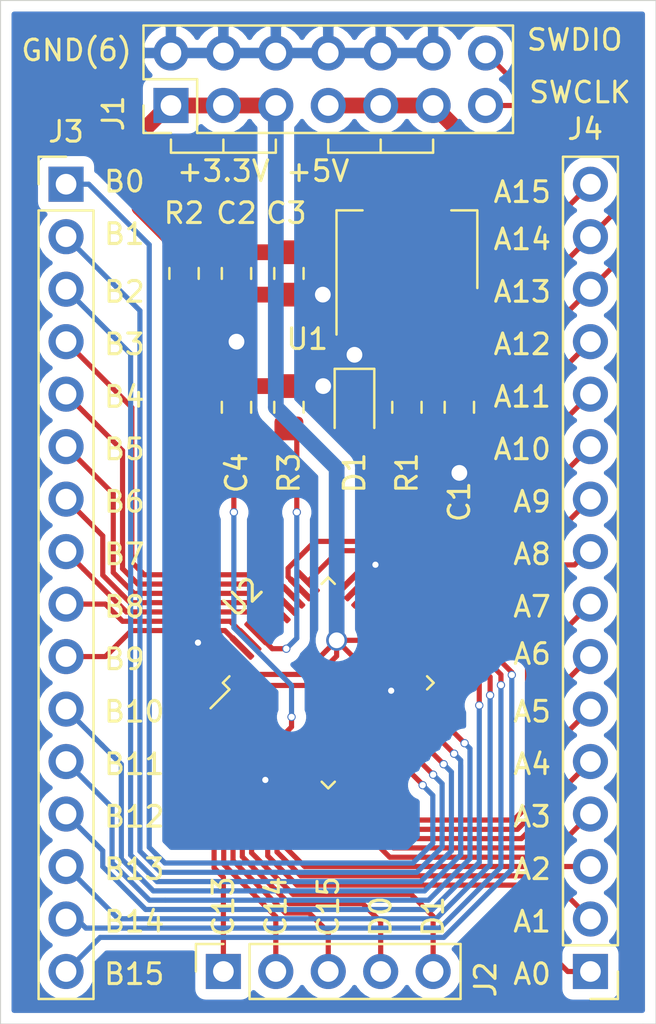
<source format=kicad_pcb>
(kicad_pcb (version 20171130) (host pcbnew "(5.1.0)-1")

  (general
    (thickness 1.6)
    (drawings 55)
    (tracks 429)
    (zones 0)
    (modules 14)
    (nets 44)
  )

  (page A4)
  (layers
    (0 F.Cu signal)
    (31 B.Cu signal)
    (32 B.Adhes user hide)
    (33 F.Adhes user hide)
    (34 B.Paste user hide)
    (35 F.Paste user hide)
    (36 B.SilkS user)
    (37 F.SilkS user)
    (38 B.Mask user hide)
    (39 F.Mask user hide)
    (40 Dwgs.User user)
    (41 Cmts.User user)
    (42 Eco1.User user)
    (43 Eco2.User user)
    (44 Edge.Cuts user)
    (45 Margin user hide)
    (46 B.CrtYd user)
    (47 F.CrtYd user)
    (48 B.Fab user hide)
    (49 F.Fab user hide)
  )

  (setup
    (last_trace_width 0.25)
    (user_trace_width 0.762)
    (trace_clearance 0.2)
    (zone_clearance 0.508)
    (zone_45_only no)
    (trace_min 0.2)
    (via_size 0.8)
    (via_drill 0.4)
    (via_min_size 0.4)
    (via_min_drill 0.3)
    (user_via 0.4 0.3)
    (user_via 1.016 0.762)
    (uvia_size 0.3)
    (uvia_drill 0.1)
    (uvias_allowed no)
    (uvia_min_size 0.2)
    (uvia_min_drill 0.1)
    (edge_width 0.05)
    (segment_width 0.2)
    (pcb_text_width 0.3)
    (pcb_text_size 1.5 1.5)
    (mod_edge_width 0.12)
    (mod_text_size 1 1)
    (mod_text_width 0.15)
    (pad_size 1.524 1.524)
    (pad_drill 0.762)
    (pad_to_mask_clearance 0.051)
    (solder_mask_min_width 0.25)
    (aux_axis_origin 0 0)
    (visible_elements 7FFFF7FF)
    (pcbplotparams
      (layerselection 0x010f0_ffffffff)
      (usegerberextensions false)
      (usegerberattributes false)
      (usegerberadvancedattributes false)
      (creategerberjobfile false)
      (excludeedgelayer true)
      (linewidth 0.100000)
      (plotframeref false)
      (viasonmask false)
      (mode 1)
      (useauxorigin false)
      (hpglpennumber 1)
      (hpglpenspeed 20)
      (hpglpendiameter 15.000000)
      (psnegative false)
      (psa4output false)
      (plotreference true)
      (plotvalue true)
      (plotinvisibletext false)
      (padsonsilk false)
      (subtractmaskfromsilk false)
      (outputformat 1)
      (mirror false)
      (drillshape 0)
      (scaleselection 1)
      (outputdirectory "gerber/"))
  )

  (net 0 "")
  (net 1 0)
  (net 2 +5V)
  (net 3 +3V3)
  (net 4 "Net-(C4-Pad1)")
  (net 5 "Net-(D1-Pad2)")
  (net 6 "Net-(J3-Pad16)")
  (net 7 "Net-(J3-Pad15)")
  (net 8 "Net-(J3-Pad14)")
  (net 9 "Net-(J3-Pad13)")
  (net 10 "Net-(J3-Pad12)")
  (net 11 "Net-(J3-Pad11)")
  (net 12 "Net-(J3-Pad10)")
  (net 13 "Net-(J3-Pad9)")
  (net 14 "Net-(J3-Pad8)")
  (net 15 "Net-(J3-Pad7)")
  (net 16 "Net-(J3-Pad6)")
  (net 17 "Net-(J3-Pad5)")
  (net 18 "Net-(J3-Pad4)")
  (net 19 "Net-(J3-Pad3)")
  (net 20 "Net-(J3-Pad2)")
  (net 21 "Net-(J3-Pad1)")
  (net 22 "Net-(J4-Pad1)")
  (net 23 "Net-(J4-Pad2)")
  (net 24 "Net-(J4-Pad3)")
  (net 25 "Net-(J4-Pad4)")
  (net 26 "Net-(J4-Pad5)")
  (net 27 "Net-(J4-Pad6)")
  (net 28 "Net-(J4-Pad7)")
  (net 29 "Net-(J4-Pad8)")
  (net 30 "Net-(J4-Pad9)")
  (net 31 "Net-(J4-Pad10)")
  (net 32 "Net-(J4-Pad11)")
  (net 33 "Net-(J4-Pad12)")
  (net 34 "Net-(J4-Pad13)")
  (net 35 "Net-(J4-Pad16)")
  (net 36 "Net-(R3-Pad1)")
  (net 37 /SWDIO)
  (net 38 /SWCLK)
  (net 39 /PC13)
  (net 40 /PC14)
  (net 41 /PC15)
  (net 42 /PD0)
  (net 43 /PD1)

  (net_class Default 这是默认网络类。
    (clearance 0.2)
    (trace_width 0.25)
    (via_dia 0.8)
    (via_drill 0.4)
    (uvia_dia 0.3)
    (uvia_drill 0.1)
    (add_net +3V3)
    (add_net +5V)
    (add_net /PC13)
    (add_net /PC14)
    (add_net /PC15)
    (add_net /PD0)
    (add_net /PD1)
    (add_net /SWCLK)
    (add_net /SWDIO)
    (add_net 0)
    (add_net "Net-(C4-Pad1)")
    (add_net "Net-(D1-Pad2)")
    (add_net "Net-(J3-Pad1)")
    (add_net "Net-(J3-Pad10)")
    (add_net "Net-(J3-Pad11)")
    (add_net "Net-(J3-Pad12)")
    (add_net "Net-(J3-Pad13)")
    (add_net "Net-(J3-Pad14)")
    (add_net "Net-(J3-Pad15)")
    (add_net "Net-(J3-Pad16)")
    (add_net "Net-(J3-Pad2)")
    (add_net "Net-(J3-Pad3)")
    (add_net "Net-(J3-Pad4)")
    (add_net "Net-(J3-Pad5)")
    (add_net "Net-(J3-Pad6)")
    (add_net "Net-(J3-Pad7)")
    (add_net "Net-(J3-Pad8)")
    (add_net "Net-(J3-Pad9)")
    (add_net "Net-(J4-Pad1)")
    (add_net "Net-(J4-Pad10)")
    (add_net "Net-(J4-Pad11)")
    (add_net "Net-(J4-Pad12)")
    (add_net "Net-(J4-Pad13)")
    (add_net "Net-(J4-Pad16)")
    (add_net "Net-(J4-Pad2)")
    (add_net "Net-(J4-Pad3)")
    (add_net "Net-(J4-Pad4)")
    (add_net "Net-(J4-Pad5)")
    (add_net "Net-(J4-Pad6)")
    (add_net "Net-(J4-Pad7)")
    (add_net "Net-(J4-Pad8)")
    (add_net "Net-(J4-Pad9)")
    (add_net "Net-(R3-Pad1)")
  )

  (module Connector_PinHeader_2.54mm:PinHeader_1x16_P2.54mm_Vertical (layer F.Cu) (tedit 59FED5CC) (tstamp 5CC2B7EA)
    (at 142.24 113.665 180)
    (descr "Through hole straight pin header, 1x16, 2.54mm pitch, single row")
    (tags "Through hole pin header THT 1x16 2.54mm single row")
    (path /5CC37020)
    (fp_text reference J4 (at 0.254 40.767) (layer F.SilkS)
      (effects (font (size 1 1) (thickness 0.15)))
    )
    (fp_text value Conn_01x16 (at 0 40.43 180) (layer F.Fab)
      (effects (font (size 1 1) (thickness 0.15)))
    )
    (fp_line (start -0.635 -1.27) (end 1.27 -1.27) (layer F.Fab) (width 0.1))
    (fp_line (start 1.27 -1.27) (end 1.27 39.37) (layer F.Fab) (width 0.1))
    (fp_line (start 1.27 39.37) (end -1.27 39.37) (layer F.Fab) (width 0.1))
    (fp_line (start -1.27 39.37) (end -1.27 -0.635) (layer F.Fab) (width 0.1))
    (fp_line (start -1.27 -0.635) (end -0.635 -1.27) (layer F.Fab) (width 0.1))
    (fp_line (start -1.33 39.43) (end 1.33 39.43) (layer F.SilkS) (width 0.12))
    (fp_line (start -1.33 1.27) (end -1.33 39.43) (layer F.SilkS) (width 0.12))
    (fp_line (start 1.33 1.27) (end 1.33 39.43) (layer F.SilkS) (width 0.12))
    (fp_line (start -1.33 1.27) (end 1.33 1.27) (layer F.SilkS) (width 0.12))
    (fp_line (start -1.33 0) (end -1.33 -1.33) (layer F.SilkS) (width 0.12))
    (fp_line (start -1.33 -1.33) (end 0 -1.33) (layer F.SilkS) (width 0.12))
    (fp_line (start -1.8 -1.8) (end -1.8 39.9) (layer F.CrtYd) (width 0.05))
    (fp_line (start -1.8 39.9) (end 1.8 39.9) (layer F.CrtYd) (width 0.05))
    (fp_line (start 1.8 39.9) (end 1.8 -1.8) (layer F.CrtYd) (width 0.05))
    (fp_line (start 1.8 -1.8) (end -1.8 -1.8) (layer F.CrtYd) (width 0.05))
    (fp_text user %R (at 0 19.05 270) (layer F.Fab)
      (effects (font (size 1 1) (thickness 0.15)))
    )
    (pad 1 thru_hole rect (at 0 0 180) (size 1.7 1.7) (drill 1) (layers *.Cu *.Mask)
      (net 22 "Net-(J4-Pad1)"))
    (pad 2 thru_hole oval (at 0 2.54 180) (size 1.7 1.7) (drill 1) (layers *.Cu *.Mask)
      (net 23 "Net-(J4-Pad2)"))
    (pad 3 thru_hole oval (at 0 5.08 180) (size 1.7 1.7) (drill 1) (layers *.Cu *.Mask)
      (net 24 "Net-(J4-Pad3)"))
    (pad 4 thru_hole oval (at 0 7.62 180) (size 1.7 1.7) (drill 1) (layers *.Cu *.Mask)
      (net 25 "Net-(J4-Pad4)"))
    (pad 5 thru_hole oval (at 0 10.16 180) (size 1.7 1.7) (drill 1) (layers *.Cu *.Mask)
      (net 26 "Net-(J4-Pad5)"))
    (pad 6 thru_hole oval (at 0 12.7 180) (size 1.7 1.7) (drill 1) (layers *.Cu *.Mask)
      (net 27 "Net-(J4-Pad6)"))
    (pad 7 thru_hole oval (at 0 15.24 180) (size 1.7 1.7) (drill 1) (layers *.Cu *.Mask)
      (net 28 "Net-(J4-Pad7)"))
    (pad 8 thru_hole oval (at 0 17.78 180) (size 1.7 1.7) (drill 1) (layers *.Cu *.Mask)
      (net 29 "Net-(J4-Pad8)"))
    (pad 9 thru_hole oval (at 0 20.32 180) (size 1.7 1.7) (drill 1) (layers *.Cu *.Mask)
      (net 30 "Net-(J4-Pad9)"))
    (pad 10 thru_hole oval (at 0 22.86 180) (size 1.7 1.7) (drill 1) (layers *.Cu *.Mask)
      (net 31 "Net-(J4-Pad10)"))
    (pad 11 thru_hole oval (at 0 25.4 180) (size 1.7 1.7) (drill 1) (layers *.Cu *.Mask)
      (net 32 "Net-(J4-Pad11)"))
    (pad 12 thru_hole oval (at 0 27.94 180) (size 1.7 1.7) (drill 1) (layers *.Cu *.Mask)
      (net 33 "Net-(J4-Pad12)"))
    (pad 13 thru_hole oval (at 0 30.48 180) (size 1.7 1.7) (drill 1) (layers *.Cu *.Mask)
      (net 34 "Net-(J4-Pad13)"))
    (pad 14 thru_hole oval (at 0 33.02 180) (size 1.7 1.7) (drill 1) (layers *.Cu *.Mask)
      (net 37 /SWDIO))
    (pad 15 thru_hole oval (at 0 35.56 180) (size 1.7 1.7) (drill 1) (layers *.Cu *.Mask)
      (net 38 /SWCLK))
    (pad 16 thru_hole oval (at 0 38.1 180) (size 1.7 1.7) (drill 1) (layers *.Cu *.Mask)
      (net 35 "Net-(J4-Pad16)"))
    (model ${KISYS3DMOD}/Connector_PinHeader_2.54mm.3dshapes/PinHeader_1x16_P2.54mm_Vertical.wrl
      (at (xyz 0 0 0))
      (scale (xyz 1 1 1))
      (rotate (xyz 0 0 0))
    )
  )

  (module Capacitor_SMD:C_0805_2012Metric_Pad1.15x1.40mm_HandSolder (layer F.Cu) (tedit 5B36C52B) (tstamp 5CC2B6FF)
    (at 135.89 86.36 270)
    (descr "Capacitor SMD 0805 (2012 Metric), square (rectangular) end terminal, IPC_7351 nominal with elongated pad for handsoldering. (Body size source: https://docs.google.com/spreadsheets/d/1BsfQQcO9C6DZCsRaXUlFlo91Tg2WpOkGARC1WS5S8t0/edit?usp=sharing), generated with kicad-footprint-generator")
    (tags "capacitor handsolder")
    (path /5CC6B867)
    (attr smd)
    (fp_text reference C1 (at 4.572 0 90) (layer F.SilkS)
      (effects (font (size 1 1) (thickness 0.15)))
    )
    (fp_text value 10uF (at 0 1.65 270) (layer F.Fab)
      (effects (font (size 1 1) (thickness 0.15)))
    )
    (fp_text user %R (at 0 0 270) (layer F.Fab)
      (effects (font (size 0.5 0.5) (thickness 0.08)))
    )
    (fp_line (start 1.85 0.95) (end -1.85 0.95) (layer F.CrtYd) (width 0.05))
    (fp_line (start 1.85 -0.95) (end 1.85 0.95) (layer F.CrtYd) (width 0.05))
    (fp_line (start -1.85 -0.95) (end 1.85 -0.95) (layer F.CrtYd) (width 0.05))
    (fp_line (start -1.85 0.95) (end -1.85 -0.95) (layer F.CrtYd) (width 0.05))
    (fp_line (start -0.261252 0.71) (end 0.261252 0.71) (layer F.SilkS) (width 0.12))
    (fp_line (start -0.261252 -0.71) (end 0.261252 -0.71) (layer F.SilkS) (width 0.12))
    (fp_line (start 1 0.6) (end -1 0.6) (layer F.Fab) (width 0.1))
    (fp_line (start 1 -0.6) (end 1 0.6) (layer F.Fab) (width 0.1))
    (fp_line (start -1 -0.6) (end 1 -0.6) (layer F.Fab) (width 0.1))
    (fp_line (start -1 0.6) (end -1 -0.6) (layer F.Fab) (width 0.1))
    (pad 2 smd roundrect (at 1.025 0 270) (size 1.15 1.4) (layers F.Cu F.Paste F.Mask) (roundrect_rratio 0.217391)
      (net 1 0))
    (pad 1 smd roundrect (at -1.025 0 270) (size 1.15 1.4) (layers F.Cu F.Paste F.Mask) (roundrect_rratio 0.217391)
      (net 2 +5V))
    (model ${KISYS3DMOD}/Capacitor_SMD.3dshapes/C_0805_2012Metric.wrl
      (at (xyz 0 0 0))
      (scale (xyz 1 1 1))
      (rotate (xyz 0 0 0))
    )
  )

  (module Capacitor_SMD:C_0805_2012Metric_Pad1.15x1.40mm_HandSolder (layer F.Cu) (tedit 5B36C52B) (tstamp 5CC38D17)
    (at 125.095 79.883 270)
    (descr "Capacitor SMD 0805 (2012 Metric), square (rectangular) end terminal, IPC_7351 nominal with elongated pad for handsoldering. (Body size source: https://docs.google.com/spreadsheets/d/1BsfQQcO9C6DZCsRaXUlFlo91Tg2WpOkGARC1WS5S8t0/edit?usp=sharing), generated with kicad-footprint-generator")
    (tags "capacitor handsolder")
    (path /5CC7207C)
    (attr smd)
    (fp_text reference C2 (at -2.921 0) (layer F.SilkS)
      (effects (font (size 1 1) (thickness 0.15)))
    )
    (fp_text value 10uF (at 0 1.65 270) (layer F.Fab)
      (effects (font (size 1 1) (thickness 0.15)))
    )
    (fp_line (start -1 0.6) (end -1 -0.6) (layer F.Fab) (width 0.1))
    (fp_line (start -1 -0.6) (end 1 -0.6) (layer F.Fab) (width 0.1))
    (fp_line (start 1 -0.6) (end 1 0.6) (layer F.Fab) (width 0.1))
    (fp_line (start 1 0.6) (end -1 0.6) (layer F.Fab) (width 0.1))
    (fp_line (start -0.261252 -0.71) (end 0.261252 -0.71) (layer F.SilkS) (width 0.12))
    (fp_line (start -0.261252 0.71) (end 0.261252 0.71) (layer F.SilkS) (width 0.12))
    (fp_line (start -1.85 0.95) (end -1.85 -0.95) (layer F.CrtYd) (width 0.05))
    (fp_line (start -1.85 -0.95) (end 1.85 -0.95) (layer F.CrtYd) (width 0.05))
    (fp_line (start 1.85 -0.95) (end 1.85 0.95) (layer F.CrtYd) (width 0.05))
    (fp_line (start 1.85 0.95) (end -1.85 0.95) (layer F.CrtYd) (width 0.05))
    (fp_text user %R (at 0 0 270) (layer F.Fab)
      (effects (font (size 0.5 0.5) (thickness 0.08)))
    )
    (pad 1 smd roundrect (at -1.025 0 270) (size 1.15 1.4) (layers F.Cu F.Paste F.Mask) (roundrect_rratio 0.217391)
      (net 3 +3V3))
    (pad 2 smd roundrect (at 1.025 0 270) (size 1.15 1.4) (layers F.Cu F.Paste F.Mask) (roundrect_rratio 0.217391)
      (net 1 0))
    (model ${KISYS3DMOD}/Capacitor_SMD.3dshapes/C_0805_2012Metric.wrl
      (at (xyz 0 0 0))
      (scale (xyz 1 1 1))
      (rotate (xyz 0 0 0))
    )
  )

  (module Capacitor_SMD:C_0805_2012Metric_Pad1.15x1.40mm_HandSolder (layer F.Cu) (tedit 5B36C52B) (tstamp 5CC36AD7)
    (at 127.635 79.883 270)
    (descr "Capacitor SMD 0805 (2012 Metric), square (rectangular) end terminal, IPC_7351 nominal with elongated pad for handsoldering. (Body size source: https://docs.google.com/spreadsheets/d/1BsfQQcO9C6DZCsRaXUlFlo91Tg2WpOkGARC1WS5S8t0/edit?usp=sharing), generated with kicad-footprint-generator")
    (tags "capacitor handsolder")
    (path /5CC72072)
    (attr smd)
    (fp_text reference C3 (at -2.921 0.127) (layer F.SilkS)
      (effects (font (size 1 1) (thickness 0.15)))
    )
    (fp_text value 0.1uF (at 0 1.65 270) (layer F.Fab)
      (effects (font (size 1 1) (thickness 0.15)))
    )
    (fp_text user %R (at 0 0 270) (layer F.Fab)
      (effects (font (size 0.5 0.5) (thickness 0.08)))
    )
    (fp_line (start 1.85 0.95) (end -1.85 0.95) (layer F.CrtYd) (width 0.05))
    (fp_line (start 1.85 -0.95) (end 1.85 0.95) (layer F.CrtYd) (width 0.05))
    (fp_line (start -1.85 -0.95) (end 1.85 -0.95) (layer F.CrtYd) (width 0.05))
    (fp_line (start -1.85 0.95) (end -1.85 -0.95) (layer F.CrtYd) (width 0.05))
    (fp_line (start -0.261252 0.71) (end 0.261252 0.71) (layer F.SilkS) (width 0.12))
    (fp_line (start -0.261252 -0.71) (end 0.261252 -0.71) (layer F.SilkS) (width 0.12))
    (fp_line (start 1 0.6) (end -1 0.6) (layer F.Fab) (width 0.1))
    (fp_line (start 1 -0.6) (end 1 0.6) (layer F.Fab) (width 0.1))
    (fp_line (start -1 -0.6) (end 1 -0.6) (layer F.Fab) (width 0.1))
    (fp_line (start -1 0.6) (end -1 -0.6) (layer F.Fab) (width 0.1))
    (pad 2 smd roundrect (at 1.025 0 270) (size 1.15 1.4) (layers F.Cu F.Paste F.Mask) (roundrect_rratio 0.217391)
      (net 1 0))
    (pad 1 smd roundrect (at -1.025 0 270) (size 1.15 1.4) (layers F.Cu F.Paste F.Mask) (roundrect_rratio 0.217391)
      (net 3 +3V3))
    (model ${KISYS3DMOD}/Capacitor_SMD.3dshapes/C_0805_2012Metric.wrl
      (at (xyz 0 0 0))
      (scale (xyz 1 1 1))
      (rotate (xyz 0 0 0))
    )
  )

  (module Capacitor_SMD:C_0805_2012Metric_Pad1.15x1.40mm_HandSolder (layer F.Cu) (tedit 5B36C52B) (tstamp 5CC2B732)
    (at 125.095 86.36 90)
    (descr "Capacitor SMD 0805 (2012 Metric), square (rectangular) end terminal, IPC_7351 nominal with elongated pad for handsoldering. (Body size source: https://docs.google.com/spreadsheets/d/1BsfQQcO9C6DZCsRaXUlFlo91Tg2WpOkGARC1WS5S8t0/edit?usp=sharing), generated with kicad-footprint-generator")
    (tags "capacitor handsolder")
    (path /5CC2E23B)
    (attr smd)
    (fp_text reference C4 (at -3.175 0 90) (layer F.SilkS)
      (effects (font (size 1 1) (thickness 0.15)))
    )
    (fp_text value 0.1uF (at 0 1.65 90) (layer F.Fab)
      (effects (font (size 1 1) (thickness 0.15)))
    )
    (fp_line (start -1 0.6) (end -1 -0.6) (layer F.Fab) (width 0.1))
    (fp_line (start -1 -0.6) (end 1 -0.6) (layer F.Fab) (width 0.1))
    (fp_line (start 1 -0.6) (end 1 0.6) (layer F.Fab) (width 0.1))
    (fp_line (start 1 0.6) (end -1 0.6) (layer F.Fab) (width 0.1))
    (fp_line (start -0.261252 -0.71) (end 0.261252 -0.71) (layer F.SilkS) (width 0.12))
    (fp_line (start -0.261252 0.71) (end 0.261252 0.71) (layer F.SilkS) (width 0.12))
    (fp_line (start -1.85 0.95) (end -1.85 -0.95) (layer F.CrtYd) (width 0.05))
    (fp_line (start -1.85 -0.95) (end 1.85 -0.95) (layer F.CrtYd) (width 0.05))
    (fp_line (start 1.85 -0.95) (end 1.85 0.95) (layer F.CrtYd) (width 0.05))
    (fp_line (start 1.85 0.95) (end -1.85 0.95) (layer F.CrtYd) (width 0.05))
    (fp_text user %R (at 0 0 90) (layer F.Fab)
      (effects (font (size 0.5 0.5) (thickness 0.08)))
    )
    (pad 1 smd roundrect (at -1.025 0 90) (size 1.15 1.4) (layers F.Cu F.Paste F.Mask) (roundrect_rratio 0.217391)
      (net 4 "Net-(C4-Pad1)"))
    (pad 2 smd roundrect (at 1.025 0 90) (size 1.15 1.4) (layers F.Cu F.Paste F.Mask) (roundrect_rratio 0.217391)
      (net 1 0))
    (model ${KISYS3DMOD}/Capacitor_SMD.3dshapes/C_0805_2012Metric.wrl
      (at (xyz 0 0 0))
      (scale (xyz 1 1 1))
      (rotate (xyz 0 0 0))
    )
  )

  (module LED_SMD:LED_0805_2012Metric_Pad1.15x1.40mm_HandSolder (layer F.Cu) (tedit 5B4B45C9) (tstamp 5CC2C5DB)
    (at 130.81 86.36 270)
    (descr "LED SMD 0805 (2012 Metric), square (rectangular) end terminal, IPC_7351 nominal, (Body size source: https://docs.google.com/spreadsheets/d/1BsfQQcO9C6DZCsRaXUlFlo91Tg2WpOkGARC1WS5S8t0/edit?usp=sharing), generated with kicad-footprint-generator")
    (tags "LED handsolder")
    (path /5CCA2FA1)
    (attr smd)
    (fp_text reference D1 (at 3.175 0 270) (layer F.SilkS)
      (effects (font (size 1 1) (thickness 0.15)))
    )
    (fp_text value LED (at 0 1.65 270) (layer F.Fab)
      (effects (font (size 1 1) (thickness 0.15)))
    )
    (fp_line (start 1 -0.6) (end -0.7 -0.6) (layer F.Fab) (width 0.1))
    (fp_line (start -0.7 -0.6) (end -1 -0.3) (layer F.Fab) (width 0.1))
    (fp_line (start -1 -0.3) (end -1 0.6) (layer F.Fab) (width 0.1))
    (fp_line (start -1 0.6) (end 1 0.6) (layer F.Fab) (width 0.1))
    (fp_line (start 1 0.6) (end 1 -0.6) (layer F.Fab) (width 0.1))
    (fp_line (start 1 -0.96) (end -1.86 -0.96) (layer F.SilkS) (width 0.12))
    (fp_line (start -1.86 -0.96) (end -1.86 0.96) (layer F.SilkS) (width 0.12))
    (fp_line (start -1.86 0.96) (end 1 0.96) (layer F.SilkS) (width 0.12))
    (fp_line (start -1.85 0.95) (end -1.85 -0.95) (layer F.CrtYd) (width 0.05))
    (fp_line (start -1.85 -0.95) (end 1.85 -0.95) (layer F.CrtYd) (width 0.05))
    (fp_line (start 1.85 -0.95) (end 1.85 0.95) (layer F.CrtYd) (width 0.05))
    (fp_line (start 1.85 0.95) (end -1.85 0.95) (layer F.CrtYd) (width 0.05))
    (fp_text user %R (at 0 0 270) (layer F.Fab)
      (effects (font (size 0.5 0.5) (thickness 0.08)))
    )
    (pad 1 smd roundrect (at -1.025 0 270) (size 1.15 1.4) (layers F.Cu F.Paste F.Mask) (roundrect_rratio 0.217391)
      (net 1 0))
    (pad 2 smd roundrect (at 1.025 0 270) (size 1.15 1.4) (layers F.Cu F.Paste F.Mask) (roundrect_rratio 0.217391)
      (net 5 "Net-(D1-Pad2)"))
    (model ${KISYS3DMOD}/LED_SMD.3dshapes/LED_0805_2012Metric.wrl
      (at (xyz 0 0 0))
      (scale (xyz 1 1 1))
      (rotate (xyz 0 0 0))
    )
  )

  (module Connector_PinSocket_2.54mm:PinSocket_1x05_P2.54mm_Vertical (layer F.Cu) (tedit 5A19A420) (tstamp 5CC2B7A2)
    (at 124.46 113.665 90)
    (descr "Through hole straight socket strip, 1x05, 2.54mm pitch, single row (from Kicad 4.0.7), script generated")
    (tags "Through hole socket strip THT 1x05 2.54mm single row")
    (path /5CC47CE7)
    (fp_text reference J2 (at -0.381 12.7 270) (layer F.SilkS)
      (effects (font (size 1 1) (thickness 0.15)))
    )
    (fp_text value Conn_01x05 (at 0 12.93 90) (layer F.Fab)
      (effects (font (size 1 1) (thickness 0.15)))
    )
    (fp_line (start -1.27 -1.27) (end 0.635 -1.27) (layer F.Fab) (width 0.1))
    (fp_line (start 0.635 -1.27) (end 1.27 -0.635) (layer F.Fab) (width 0.1))
    (fp_line (start 1.27 -0.635) (end 1.27 11.43) (layer F.Fab) (width 0.1))
    (fp_line (start 1.27 11.43) (end -1.27 11.43) (layer F.Fab) (width 0.1))
    (fp_line (start -1.27 11.43) (end -1.27 -1.27) (layer F.Fab) (width 0.1))
    (fp_line (start -1.33 1.27) (end 1.33 1.27) (layer F.SilkS) (width 0.12))
    (fp_line (start -1.33 1.27) (end -1.33 11.49) (layer F.SilkS) (width 0.12))
    (fp_line (start -1.33 11.49) (end 1.33 11.49) (layer F.SilkS) (width 0.12))
    (fp_line (start 1.33 1.27) (end 1.33 11.49) (layer F.SilkS) (width 0.12))
    (fp_line (start 1.33 -1.33) (end 1.33 0) (layer F.SilkS) (width 0.12))
    (fp_line (start 0 -1.33) (end 1.33 -1.33) (layer F.SilkS) (width 0.12))
    (fp_line (start -1.8 -1.8) (end 1.75 -1.8) (layer F.CrtYd) (width 0.05))
    (fp_line (start 1.75 -1.8) (end 1.75 11.9) (layer F.CrtYd) (width 0.05))
    (fp_line (start 1.75 11.9) (end -1.8 11.9) (layer F.CrtYd) (width 0.05))
    (fp_line (start -1.8 11.9) (end -1.8 -1.8) (layer F.CrtYd) (width 0.05))
    (fp_text user %R (at 0 5.08 180) (layer F.Fab)
      (effects (font (size 1 1) (thickness 0.15)))
    )
    (pad 1 thru_hole rect (at 0 0 90) (size 1.7 1.7) (drill 1) (layers *.Cu *.Mask)
      (net 39 /PC13))
    (pad 2 thru_hole oval (at 0 2.54 90) (size 1.7 1.7) (drill 1) (layers *.Cu *.Mask)
      (net 40 /PC14))
    (pad 3 thru_hole oval (at 0 5.08 90) (size 1.7 1.7) (drill 1) (layers *.Cu *.Mask)
      (net 41 /PC15))
    (pad 4 thru_hole oval (at 0 7.62 90) (size 1.7 1.7) (drill 1) (layers *.Cu *.Mask)
      (net 42 /PD0))
    (pad 5 thru_hole oval (at 0 10.16 90) (size 1.7 1.7) (drill 1) (layers *.Cu *.Mask)
      (net 43 /PD1))
    (model ${KISYS3DMOD}/Connector_PinSocket_2.54mm.3dshapes/PinSocket_1x05_P2.54mm_Vertical.wrl
      (at (xyz 0 0 0))
      (scale (xyz 1 1 1))
      (rotate (xyz 0 0 0))
    )
  )

  (module Connector_PinHeader_2.54mm:PinHeader_1x16_P2.54mm_Vertical (layer F.Cu) (tedit 59FED5CC) (tstamp 5CC30F18)
    (at 116.84 75.565)
    (descr "Through hole straight pin header, 1x16, 2.54mm pitch, single row")
    (tags "Through hole pin header THT 1x16 2.54mm single row")
    (path /5CC3B19D)
    (fp_text reference J3 (at 0 -2.54) (layer F.SilkS)
      (effects (font (size 1 1) (thickness 0.15)))
    )
    (fp_text value Conn_01x16 (at 0 40.43) (layer F.Fab)
      (effects (font (size 1 1) (thickness 0.15)))
    )
    (fp_text user %R (at 0 19.05 90) (layer F.Fab)
      (effects (font (size 1 1) (thickness 0.15)))
    )
    (fp_line (start 1.8 -1.8) (end -1.8 -1.8) (layer F.CrtYd) (width 0.05))
    (fp_line (start 1.8 39.9) (end 1.8 -1.8) (layer F.CrtYd) (width 0.05))
    (fp_line (start -1.8 39.9) (end 1.8 39.9) (layer F.CrtYd) (width 0.05))
    (fp_line (start -1.8 -1.8) (end -1.8 39.9) (layer F.CrtYd) (width 0.05))
    (fp_line (start -1.33 -1.33) (end 0 -1.33) (layer F.SilkS) (width 0.12))
    (fp_line (start -1.33 0) (end -1.33 -1.33) (layer F.SilkS) (width 0.12))
    (fp_line (start -1.33 1.27) (end 1.33 1.27) (layer F.SilkS) (width 0.12))
    (fp_line (start 1.33 1.27) (end 1.33 39.43) (layer F.SilkS) (width 0.12))
    (fp_line (start -1.33 1.27) (end -1.33 39.43) (layer F.SilkS) (width 0.12))
    (fp_line (start -1.33 39.43) (end 1.33 39.43) (layer F.SilkS) (width 0.12))
    (fp_line (start -1.27 -0.635) (end -0.635 -1.27) (layer F.Fab) (width 0.1))
    (fp_line (start -1.27 39.37) (end -1.27 -0.635) (layer F.Fab) (width 0.1))
    (fp_line (start 1.27 39.37) (end -1.27 39.37) (layer F.Fab) (width 0.1))
    (fp_line (start 1.27 -1.27) (end 1.27 39.37) (layer F.Fab) (width 0.1))
    (fp_line (start -0.635 -1.27) (end 1.27 -1.27) (layer F.Fab) (width 0.1))
    (pad 16 thru_hole oval (at 0 38.1) (size 1.7 1.7) (drill 1) (layers *.Cu *.Mask)
      (net 6 "Net-(J3-Pad16)"))
    (pad 15 thru_hole oval (at 0 35.56) (size 1.7 1.7) (drill 1) (layers *.Cu *.Mask)
      (net 7 "Net-(J3-Pad15)"))
    (pad 14 thru_hole oval (at 0 33.02) (size 1.7 1.7) (drill 1) (layers *.Cu *.Mask)
      (net 8 "Net-(J3-Pad14)"))
    (pad 13 thru_hole oval (at 0 30.48) (size 1.7 1.7) (drill 1) (layers *.Cu *.Mask)
      (net 9 "Net-(J3-Pad13)"))
    (pad 12 thru_hole oval (at 0 27.94) (size 1.7 1.7) (drill 1) (layers *.Cu *.Mask)
      (net 10 "Net-(J3-Pad12)"))
    (pad 11 thru_hole oval (at 0 25.4) (size 1.7 1.7) (drill 1) (layers *.Cu *.Mask)
      (net 11 "Net-(J3-Pad11)"))
    (pad 10 thru_hole oval (at 0 22.86) (size 1.7 1.7) (drill 1) (layers *.Cu *.Mask)
      (net 12 "Net-(J3-Pad10)"))
    (pad 9 thru_hole oval (at 0 20.32) (size 1.7 1.7) (drill 1) (layers *.Cu *.Mask)
      (net 13 "Net-(J3-Pad9)"))
    (pad 8 thru_hole oval (at 0 17.78) (size 1.7 1.7) (drill 1) (layers *.Cu *.Mask)
      (net 14 "Net-(J3-Pad8)"))
    (pad 7 thru_hole oval (at 0 15.24) (size 1.7 1.7) (drill 1) (layers *.Cu *.Mask)
      (net 15 "Net-(J3-Pad7)"))
    (pad 6 thru_hole oval (at 0 12.7) (size 1.7 1.7) (drill 1) (layers *.Cu *.Mask)
      (net 16 "Net-(J3-Pad6)"))
    (pad 5 thru_hole oval (at 0 10.16) (size 1.7 1.7) (drill 1) (layers *.Cu *.Mask)
      (net 17 "Net-(J3-Pad5)"))
    (pad 4 thru_hole oval (at 0 7.62) (size 1.7 1.7) (drill 1) (layers *.Cu *.Mask)
      (net 18 "Net-(J3-Pad4)"))
    (pad 3 thru_hole oval (at 0 5.08) (size 1.7 1.7) (drill 1) (layers *.Cu *.Mask)
      (net 19 "Net-(J3-Pad3)"))
    (pad 2 thru_hole oval (at 0 2.54) (size 1.7 1.7) (drill 1) (layers *.Cu *.Mask)
      (net 20 "Net-(J3-Pad2)"))
    (pad 1 thru_hole rect (at 0 0) (size 1.7 1.7) (drill 1) (layers *.Cu *.Mask)
      (net 21 "Net-(J3-Pad1)"))
    (model ${KISYS3DMOD}/Connector_PinHeader_2.54mm.3dshapes/PinHeader_1x16_P2.54mm_Vertical.wrl
      (at (xyz 0 0 0))
      (scale (xyz 1 1 1))
      (rotate (xyz 0 0 0))
    )
  )

  (module Resistor_SMD:R_0805_2012Metric_Pad1.15x1.40mm_HandSolder (layer F.Cu) (tedit 5B36C52B) (tstamp 5CC2B7FB)
    (at 133.35 86.36 270)
    (descr "Resistor SMD 0805 (2012 Metric), square (rectangular) end terminal, IPC_7351 nominal with elongated pad for handsoldering. (Body size source: https://docs.google.com/spreadsheets/d/1BsfQQcO9C6DZCsRaXUlFlo91Tg2WpOkGARC1WS5S8t0/edit?usp=sharing), generated with kicad-footprint-generator")
    (tags "resistor handsolder")
    (path /5CC9BF34)
    (attr smd)
    (fp_text reference R1 (at 3.175 0 270) (layer F.SilkS)
      (effects (font (size 1 1) (thickness 0.15)))
    )
    (fp_text value 10k (at 0 1.65 270) (layer F.Fab)
      (effects (font (size 1 1) (thickness 0.15)))
    )
    (fp_line (start -1 0.6) (end -1 -0.6) (layer F.Fab) (width 0.1))
    (fp_line (start -1 -0.6) (end 1 -0.6) (layer F.Fab) (width 0.1))
    (fp_line (start 1 -0.6) (end 1 0.6) (layer F.Fab) (width 0.1))
    (fp_line (start 1 0.6) (end -1 0.6) (layer F.Fab) (width 0.1))
    (fp_line (start -0.261252 -0.71) (end 0.261252 -0.71) (layer F.SilkS) (width 0.12))
    (fp_line (start -0.261252 0.71) (end 0.261252 0.71) (layer F.SilkS) (width 0.12))
    (fp_line (start -1.85 0.95) (end -1.85 -0.95) (layer F.CrtYd) (width 0.05))
    (fp_line (start -1.85 -0.95) (end 1.85 -0.95) (layer F.CrtYd) (width 0.05))
    (fp_line (start 1.85 -0.95) (end 1.85 0.95) (layer F.CrtYd) (width 0.05))
    (fp_line (start 1.85 0.95) (end -1.85 0.95) (layer F.CrtYd) (width 0.05))
    (fp_text user %R (at 0 0 270) (layer F.Fab)
      (effects (font (size 0.5 0.5) (thickness 0.08)))
    )
    (pad 1 smd roundrect (at -1.025 0 270) (size 1.15 1.4) (layers F.Cu F.Paste F.Mask) (roundrect_rratio 0.217391)
      (net 3 +3V3))
    (pad 2 smd roundrect (at 1.025 0 270) (size 1.15 1.4) (layers F.Cu F.Paste F.Mask) (roundrect_rratio 0.217391)
      (net 5 "Net-(D1-Pad2)"))
    (model ${KISYS3DMOD}/Resistor_SMD.3dshapes/R_0805_2012Metric.wrl
      (at (xyz 0 0 0))
      (scale (xyz 1 1 1))
      (rotate (xyz 0 0 0))
    )
  )

  (module Resistor_SMD:R_0805_2012Metric_Pad1.15x1.40mm_HandSolder (layer F.Cu) (tedit 5B36C52B) (tstamp 5CC36B07)
    (at 122.555 79.883 270)
    (descr "Resistor SMD 0805 (2012 Metric), square (rectangular) end terminal, IPC_7351 nominal with elongated pad for handsoldering. (Body size source: https://docs.google.com/spreadsheets/d/1BsfQQcO9C6DZCsRaXUlFlo91Tg2WpOkGARC1WS5S8t0/edit?usp=sharing), generated with kicad-footprint-generator")
    (tags "resistor handsolder")
    (path /5CC2D83A)
    (attr smd)
    (fp_text reference R2 (at -2.921 0) (layer F.SilkS)
      (effects (font (size 1 1) (thickness 0.15)))
    )
    (fp_text value 10k (at 0 1.65 270) (layer F.Fab)
      (effects (font (size 1 1) (thickness 0.15)))
    )
    (fp_line (start -1 0.6) (end -1 -0.6) (layer F.Fab) (width 0.1))
    (fp_line (start -1 -0.6) (end 1 -0.6) (layer F.Fab) (width 0.1))
    (fp_line (start 1 -0.6) (end 1 0.6) (layer F.Fab) (width 0.1))
    (fp_line (start 1 0.6) (end -1 0.6) (layer F.Fab) (width 0.1))
    (fp_line (start -0.261252 -0.71) (end 0.261252 -0.71) (layer F.SilkS) (width 0.12))
    (fp_line (start -0.261252 0.71) (end 0.261252 0.71) (layer F.SilkS) (width 0.12))
    (fp_line (start -1.85 0.95) (end -1.85 -0.95) (layer F.CrtYd) (width 0.05))
    (fp_line (start -1.85 -0.95) (end 1.85 -0.95) (layer F.CrtYd) (width 0.05))
    (fp_line (start 1.85 -0.95) (end 1.85 0.95) (layer F.CrtYd) (width 0.05))
    (fp_line (start 1.85 0.95) (end -1.85 0.95) (layer F.CrtYd) (width 0.05))
    (fp_text user %R (at 0 0 270) (layer F.Fab)
      (effects (font (size 0.5 0.5) (thickness 0.08)))
    )
    (pad 1 smd roundrect (at -1.025 0 270) (size 1.15 1.4) (layers F.Cu F.Paste F.Mask) (roundrect_rratio 0.217391)
      (net 3 +3V3))
    (pad 2 smd roundrect (at 1.025 0 270) (size 1.15 1.4) (layers F.Cu F.Paste F.Mask) (roundrect_rratio 0.217391)
      (net 4 "Net-(C4-Pad1)"))
    (model ${KISYS3DMOD}/Resistor_SMD.3dshapes/R_0805_2012Metric.wrl
      (at (xyz 0 0 0))
      (scale (xyz 1 1 1))
      (rotate (xyz 0 0 0))
    )
  )

  (module Resistor_SMD:R_0805_2012Metric_Pad1.15x1.40mm_HandSolder (layer F.Cu) (tedit 5B36C52B) (tstamp 5CC2B81D)
    (at 127.635 86.36 90)
    (descr "Resistor SMD 0805 (2012 Metric), square (rectangular) end terminal, IPC_7351 nominal with elongated pad for handsoldering. (Body size source: https://docs.google.com/spreadsheets/d/1BsfQQcO9C6DZCsRaXUlFlo91Tg2WpOkGARC1WS5S8t0/edit?usp=sharing), generated with kicad-footprint-generator")
    (tags "resistor handsolder")
    (path /5CC2FEDF)
    (attr smd)
    (fp_text reference R3 (at -3.175 0 90) (layer F.SilkS)
      (effects (font (size 1 1) (thickness 0.15)))
    )
    (fp_text value 10k (at 0 1.65 90) (layer F.Fab)
      (effects (font (size 1 1) (thickness 0.15)))
    )
    (fp_text user %R (at 0 0 90) (layer F.Fab)
      (effects (font (size 0.5 0.5) (thickness 0.08)))
    )
    (fp_line (start 1.85 0.95) (end -1.85 0.95) (layer F.CrtYd) (width 0.05))
    (fp_line (start 1.85 -0.95) (end 1.85 0.95) (layer F.CrtYd) (width 0.05))
    (fp_line (start -1.85 -0.95) (end 1.85 -0.95) (layer F.CrtYd) (width 0.05))
    (fp_line (start -1.85 0.95) (end -1.85 -0.95) (layer F.CrtYd) (width 0.05))
    (fp_line (start -0.261252 0.71) (end 0.261252 0.71) (layer F.SilkS) (width 0.12))
    (fp_line (start -0.261252 -0.71) (end 0.261252 -0.71) (layer F.SilkS) (width 0.12))
    (fp_line (start 1 0.6) (end -1 0.6) (layer F.Fab) (width 0.1))
    (fp_line (start 1 -0.6) (end 1 0.6) (layer F.Fab) (width 0.1))
    (fp_line (start -1 -0.6) (end 1 -0.6) (layer F.Fab) (width 0.1))
    (fp_line (start -1 0.6) (end -1 -0.6) (layer F.Fab) (width 0.1))
    (pad 2 smd roundrect (at 1.025 0 90) (size 1.15 1.4) (layers F.Cu F.Paste F.Mask) (roundrect_rratio 0.217391)
      (net 1 0))
    (pad 1 smd roundrect (at -1.025 0 90) (size 1.15 1.4) (layers F.Cu F.Paste F.Mask) (roundrect_rratio 0.217391)
      (net 36 "Net-(R3-Pad1)"))
    (model ${KISYS3DMOD}/Resistor_SMD.3dshapes/R_0805_2012Metric.wrl
      (at (xyz 0 0 0))
      (scale (xyz 1 1 1))
      (rotate (xyz 0 0 0))
    )
  )

  (module Package_TO_SOT_SMD:SOT-223 (layer F.Cu) (tedit 5A02FF57) (tstamp 5CC2B833)
    (at 133.35 78.74 90)
    (descr "module CMS SOT223 4 pins")
    (tags "CMS SOT")
    (path /5CC6A9D9)
    (attr smd)
    (fp_text reference U1 (at -4.318 -4.826 180) (layer F.SilkS)
      (effects (font (size 1 1) (thickness 0.15)))
    )
    (fp_text value AMS1117-3.3 (at 0 4.5 90) (layer F.Fab)
      (effects (font (size 1 1) (thickness 0.15)))
    )
    (fp_text user %R (at 0 0 180) (layer F.Fab)
      (effects (font (size 0.8 0.8) (thickness 0.12)))
    )
    (fp_line (start -1.85 -2.3) (end -0.8 -3.35) (layer F.Fab) (width 0.1))
    (fp_line (start 1.91 3.41) (end 1.91 2.15) (layer F.SilkS) (width 0.12))
    (fp_line (start 1.91 -3.41) (end 1.91 -2.15) (layer F.SilkS) (width 0.12))
    (fp_line (start 4.4 -3.6) (end -4.4 -3.6) (layer F.CrtYd) (width 0.05))
    (fp_line (start 4.4 3.6) (end 4.4 -3.6) (layer F.CrtYd) (width 0.05))
    (fp_line (start -4.4 3.6) (end 4.4 3.6) (layer F.CrtYd) (width 0.05))
    (fp_line (start -4.4 -3.6) (end -4.4 3.6) (layer F.CrtYd) (width 0.05))
    (fp_line (start -1.85 -2.3) (end -1.85 3.35) (layer F.Fab) (width 0.1))
    (fp_line (start -1.85 3.41) (end 1.91 3.41) (layer F.SilkS) (width 0.12))
    (fp_line (start -0.8 -3.35) (end 1.85 -3.35) (layer F.Fab) (width 0.1))
    (fp_line (start -4.1 -3.41) (end 1.91 -3.41) (layer F.SilkS) (width 0.12))
    (fp_line (start -1.85 3.35) (end 1.85 3.35) (layer F.Fab) (width 0.1))
    (fp_line (start 1.85 -3.35) (end 1.85 3.35) (layer F.Fab) (width 0.1))
    (pad 4 smd rect (at 3.15 0 90) (size 2 3.8) (layers F.Cu F.Paste F.Mask))
    (pad 2 smd rect (at -3.15 0 90) (size 2 1.5) (layers F.Cu F.Paste F.Mask)
      (net 3 +3V3))
    (pad 3 smd rect (at -3.15 2.3 90) (size 2 1.5) (layers F.Cu F.Paste F.Mask)
      (net 2 +5V))
    (pad 1 smd rect (at -3.15 -2.3 90) (size 2 1.5) (layers F.Cu F.Paste F.Mask)
      (net 1 0))
    (model ${KISYS3DMOD}/Package_TO_SOT_SMD.3dshapes/SOT-223.wrl
      (at (xyz 0 0 0))
      (scale (xyz 1 1 1))
      (rotate (xyz 0 0 0))
    )
  )

  (module Package_QFP:LQFP-48_7x7mm_P0.5mm (layer F.Cu) (tedit 5C18330E) (tstamp 5CC2B88E)
    (at 129.54 99.695 45)
    (descr "LQFP, 48 Pin (https://www.analog.com/media/en/technical-documentation/data-sheets/ltc2358-16.pdf), generated with kicad-footprint-generator ipc_gullwing_generator.py")
    (tags "LQFP QFP")
    (path /5CC262E6)
    (attr smd)
    (fp_text reference U2 (at 0 -5.85 45) (layer F.SilkS)
      (effects (font (size 1 1) (thickness 0.15)))
    )
    (fp_text value STM32F103C8Tx (at 0 5.85 45) (layer F.Fab)
      (effects (font (size 1 1) (thickness 0.15)))
    )
    (fp_line (start 3.16 3.61) (end 3.61 3.61) (layer F.SilkS) (width 0.12))
    (fp_line (start 3.61 3.61) (end 3.61 3.16) (layer F.SilkS) (width 0.12))
    (fp_line (start -3.16 3.61) (end -3.61 3.61) (layer F.SilkS) (width 0.12))
    (fp_line (start -3.61 3.61) (end -3.61 3.16) (layer F.SilkS) (width 0.12))
    (fp_line (start 3.16 -3.61) (end 3.61 -3.61) (layer F.SilkS) (width 0.12))
    (fp_line (start 3.61 -3.61) (end 3.61 -3.16) (layer F.SilkS) (width 0.12))
    (fp_line (start -3.16 -3.61) (end -3.61 -3.61) (layer F.SilkS) (width 0.12))
    (fp_line (start -3.61 -3.61) (end -3.61 -3.16) (layer F.SilkS) (width 0.12))
    (fp_line (start -3.61 -3.16) (end -4.9 -3.16) (layer F.SilkS) (width 0.12))
    (fp_line (start -2.5 -3.5) (end 3.5 -3.5) (layer F.Fab) (width 0.1))
    (fp_line (start 3.5 -3.5) (end 3.5 3.5) (layer F.Fab) (width 0.1))
    (fp_line (start 3.5 3.5) (end -3.5 3.5) (layer F.Fab) (width 0.1))
    (fp_line (start -3.5 3.5) (end -3.5 -2.5) (layer F.Fab) (width 0.1))
    (fp_line (start -3.5 -2.5) (end -2.5 -3.5) (layer F.Fab) (width 0.1))
    (fp_line (start 0 -5.15) (end -3.15 -5.15) (layer F.CrtYd) (width 0.05))
    (fp_line (start -3.15 -5.15) (end -3.15 -3.75) (layer F.CrtYd) (width 0.05))
    (fp_line (start -3.15 -3.75) (end -3.75 -3.75) (layer F.CrtYd) (width 0.05))
    (fp_line (start -3.75 -3.75) (end -3.75 -3.15) (layer F.CrtYd) (width 0.05))
    (fp_line (start -3.75 -3.15) (end -5.15 -3.15) (layer F.CrtYd) (width 0.05))
    (fp_line (start -5.15 -3.15) (end -5.15 0) (layer F.CrtYd) (width 0.05))
    (fp_line (start 0 -5.15) (end 3.15 -5.15) (layer F.CrtYd) (width 0.05))
    (fp_line (start 3.15 -5.15) (end 3.15 -3.75) (layer F.CrtYd) (width 0.05))
    (fp_line (start 3.15 -3.75) (end 3.75 -3.75) (layer F.CrtYd) (width 0.05))
    (fp_line (start 3.75 -3.75) (end 3.75 -3.15) (layer F.CrtYd) (width 0.05))
    (fp_line (start 3.75 -3.15) (end 5.15 -3.15) (layer F.CrtYd) (width 0.05))
    (fp_line (start 5.15 -3.15) (end 5.15 0) (layer F.CrtYd) (width 0.05))
    (fp_line (start 0 5.15) (end -3.15 5.15) (layer F.CrtYd) (width 0.05))
    (fp_line (start -3.15 5.15) (end -3.15 3.75) (layer F.CrtYd) (width 0.05))
    (fp_line (start -3.15 3.75) (end -3.75 3.75) (layer F.CrtYd) (width 0.05))
    (fp_line (start -3.75 3.75) (end -3.75 3.15) (layer F.CrtYd) (width 0.05))
    (fp_line (start -3.75 3.15) (end -5.15 3.15) (layer F.CrtYd) (width 0.05))
    (fp_line (start -5.15 3.15) (end -5.15 0) (layer F.CrtYd) (width 0.05))
    (fp_line (start 0 5.15) (end 3.15 5.15) (layer F.CrtYd) (width 0.05))
    (fp_line (start 3.15 5.15) (end 3.15 3.75) (layer F.CrtYd) (width 0.05))
    (fp_line (start 3.15 3.75) (end 3.75 3.75) (layer F.CrtYd) (width 0.05))
    (fp_line (start 3.75 3.75) (end 3.75 3.15) (layer F.CrtYd) (width 0.05))
    (fp_line (start 3.75 3.15) (end 5.15 3.15) (layer F.CrtYd) (width 0.05))
    (fp_line (start 5.15 3.15) (end 5.15 0) (layer F.CrtYd) (width 0.05))
    (fp_text user %R (at 0 0 45) (layer F.Fab)
      (effects (font (size 1 1) (thickness 0.15)))
    )
    (pad 1 smd roundrect (at -4.1625 -2.75 45) (size 1.475 0.3) (layers F.Cu F.Paste F.Mask) (roundrect_rratio 0.25)
      (net 3 +3V3))
    (pad 2 smd roundrect (at -4.1625 -2.25 45) (size 1.475 0.3) (layers F.Cu F.Paste F.Mask) (roundrect_rratio 0.25)
      (net 39 /PC13))
    (pad 3 smd roundrect (at -4.1625 -1.75 45) (size 1.475 0.3) (layers F.Cu F.Paste F.Mask) (roundrect_rratio 0.25)
      (net 40 /PC14))
    (pad 4 smd roundrect (at -4.1625 -1.25 45) (size 1.475 0.3) (layers F.Cu F.Paste F.Mask) (roundrect_rratio 0.25)
      (net 41 /PC15))
    (pad 5 smd roundrect (at -4.1625 -0.75 45) (size 1.475 0.3) (layers F.Cu F.Paste F.Mask) (roundrect_rratio 0.25)
      (net 42 /PD0))
    (pad 6 smd roundrect (at -4.1625 -0.25 45) (size 1.475 0.3) (layers F.Cu F.Paste F.Mask) (roundrect_rratio 0.25)
      (net 43 /PD1))
    (pad 7 smd roundrect (at -4.1625 0.25 45) (size 1.475 0.3) (layers F.Cu F.Paste F.Mask) (roundrect_rratio 0.25)
      (net 4 "Net-(C4-Pad1)"))
    (pad 8 smd roundrect (at -4.1625 0.75 45) (size 1.475 0.3) (layers F.Cu F.Paste F.Mask) (roundrect_rratio 0.25)
      (net 1 0))
    (pad 9 smd roundrect (at -4.1625 1.25 45) (size 1.475 0.3) (layers F.Cu F.Paste F.Mask) (roundrect_rratio 0.25)
      (net 3 +3V3))
    (pad 10 smd roundrect (at -4.1625 1.75 45) (size 1.475 0.3) (layers F.Cu F.Paste F.Mask) (roundrect_rratio 0.25)
      (net 22 "Net-(J4-Pad1)"))
    (pad 11 smd roundrect (at -4.1625 2.25 45) (size 1.475 0.3) (layers F.Cu F.Paste F.Mask) (roundrect_rratio 0.25)
      (net 23 "Net-(J4-Pad2)"))
    (pad 12 smd roundrect (at -4.1625 2.75 45) (size 1.475 0.3) (layers F.Cu F.Paste F.Mask) (roundrect_rratio 0.25)
      (net 24 "Net-(J4-Pad3)"))
    (pad 13 smd roundrect (at -2.75 4.1625 45) (size 0.3 1.475) (layers F.Cu F.Paste F.Mask) (roundrect_rratio 0.25)
      (net 25 "Net-(J4-Pad4)"))
    (pad 14 smd roundrect (at -2.25 4.1625 45) (size 0.3 1.475) (layers F.Cu F.Paste F.Mask) (roundrect_rratio 0.25)
      (net 26 "Net-(J4-Pad5)"))
    (pad 15 smd roundrect (at -1.75 4.1625 45) (size 0.3 1.475) (layers F.Cu F.Paste F.Mask) (roundrect_rratio 0.25)
      (net 27 "Net-(J4-Pad6)"))
    (pad 16 smd roundrect (at -1.25 4.1625 45) (size 0.3 1.475) (layers F.Cu F.Paste F.Mask) (roundrect_rratio 0.25)
      (net 28 "Net-(J4-Pad7)"))
    (pad 17 smd roundrect (at -0.75 4.1625 45) (size 0.3 1.475) (layers F.Cu F.Paste F.Mask) (roundrect_rratio 0.25)
      (net 29 "Net-(J4-Pad8)"))
    (pad 18 smd roundrect (at -0.25 4.1625 45) (size 0.3 1.475) (layers F.Cu F.Paste F.Mask) (roundrect_rratio 0.25)
      (net 21 "Net-(J3-Pad1)"))
    (pad 19 smd roundrect (at 0.25 4.1625 45) (size 0.3 1.475) (layers F.Cu F.Paste F.Mask) (roundrect_rratio 0.25)
      (net 20 "Net-(J3-Pad2)"))
    (pad 20 smd roundrect (at 0.75 4.1625 45) (size 0.3 1.475) (layers F.Cu F.Paste F.Mask) (roundrect_rratio 0.25)
      (net 19 "Net-(J3-Pad3)"))
    (pad 21 smd roundrect (at 1.25 4.1625 45) (size 0.3 1.475) (layers F.Cu F.Paste F.Mask) (roundrect_rratio 0.25)
      (net 11 "Net-(J3-Pad11)"))
    (pad 22 smd roundrect (at 1.75 4.1625 45) (size 0.3 1.475) (layers F.Cu F.Paste F.Mask) (roundrect_rratio 0.25)
      (net 10 "Net-(J3-Pad12)"))
    (pad 23 smd roundrect (at 2.25 4.1625 45) (size 0.3 1.475) (layers F.Cu F.Paste F.Mask) (roundrect_rratio 0.25)
      (net 1 0))
    (pad 24 smd roundrect (at 2.75 4.1625 45) (size 0.3 1.475) (layers F.Cu F.Paste F.Mask) (roundrect_rratio 0.25)
      (net 3 +3V3))
    (pad 25 smd roundrect (at 4.1625 2.75 45) (size 1.475 0.3) (layers F.Cu F.Paste F.Mask) (roundrect_rratio 0.25)
      (net 9 "Net-(J3-Pad13)"))
    (pad 26 smd roundrect (at 4.1625 2.25 45) (size 1.475 0.3) (layers F.Cu F.Paste F.Mask) (roundrect_rratio 0.25)
      (net 8 "Net-(J3-Pad14)"))
    (pad 27 smd roundrect (at 4.1625 1.75 45) (size 1.475 0.3) (layers F.Cu F.Paste F.Mask) (roundrect_rratio 0.25)
      (net 7 "Net-(J3-Pad15)"))
    (pad 28 smd roundrect (at 4.1625 1.25 45) (size 1.475 0.3) (layers F.Cu F.Paste F.Mask) (roundrect_rratio 0.25)
      (net 6 "Net-(J3-Pad16)"))
    (pad 29 smd roundrect (at 4.1625 0.75 45) (size 1.475 0.3) (layers F.Cu F.Paste F.Mask) (roundrect_rratio 0.25)
      (net 30 "Net-(J4-Pad9)"))
    (pad 30 smd roundrect (at 4.1625 0.25 45) (size 1.475 0.3) (layers F.Cu F.Paste F.Mask) (roundrect_rratio 0.25)
      (net 31 "Net-(J4-Pad10)"))
    (pad 31 smd roundrect (at 4.1625 -0.25 45) (size 1.475 0.3) (layers F.Cu F.Paste F.Mask) (roundrect_rratio 0.25)
      (net 32 "Net-(J4-Pad11)"))
    (pad 32 smd roundrect (at 4.1625 -0.75 45) (size 1.475 0.3) (layers F.Cu F.Paste F.Mask) (roundrect_rratio 0.25)
      (net 33 "Net-(J4-Pad12)"))
    (pad 33 smd roundrect (at 4.1625 -1.25 45) (size 1.475 0.3) (layers F.Cu F.Paste F.Mask) (roundrect_rratio 0.25)
      (net 34 "Net-(J4-Pad13)"))
    (pad 34 smd roundrect (at 4.1625 -1.75 45) (size 1.475 0.3) (layers F.Cu F.Paste F.Mask) (roundrect_rratio 0.25)
      (net 37 /SWDIO))
    (pad 35 smd roundrect (at 4.1625 -2.25 45) (size 1.475 0.3) (layers F.Cu F.Paste F.Mask) (roundrect_rratio 0.25)
      (net 1 0))
    (pad 36 smd roundrect (at 4.1625 -2.75 45) (size 1.475 0.3) (layers F.Cu F.Paste F.Mask) (roundrect_rratio 0.25)
      (net 3 +3V3))
    (pad 37 smd roundrect (at 2.75 -4.1625 45) (size 0.3 1.475) (layers F.Cu F.Paste F.Mask) (roundrect_rratio 0.25)
      (net 38 /SWCLK))
    (pad 38 smd roundrect (at 2.25 -4.1625 45) (size 0.3 1.475) (layers F.Cu F.Paste F.Mask) (roundrect_rratio 0.25)
      (net 35 "Net-(J4-Pad16)"))
    (pad 39 smd roundrect (at 1.75 -4.1625 45) (size 0.3 1.475) (layers F.Cu F.Paste F.Mask) (roundrect_rratio 0.25)
      (net 18 "Net-(J3-Pad4)"))
    (pad 40 smd roundrect (at 1.25 -4.1625 45) (size 0.3 1.475) (layers F.Cu F.Paste F.Mask) (roundrect_rratio 0.25)
      (net 17 "Net-(J3-Pad5)"))
    (pad 41 smd roundrect (at 0.75 -4.1625 45) (size 0.3 1.475) (layers F.Cu F.Paste F.Mask) (roundrect_rratio 0.25)
      (net 16 "Net-(J3-Pad6)"))
    (pad 42 smd roundrect (at 0.25 -4.1625 45) (size 0.3 1.475) (layers F.Cu F.Paste F.Mask) (roundrect_rratio 0.25)
      (net 15 "Net-(J3-Pad7)"))
    (pad 43 smd roundrect (at -0.25 -4.1625 45) (size 0.3 1.475) (layers F.Cu F.Paste F.Mask) (roundrect_rratio 0.25)
      (net 14 "Net-(J3-Pad8)"))
    (pad 44 smd roundrect (at -0.75 -4.1625 45) (size 0.3 1.475) (layers F.Cu F.Paste F.Mask) (roundrect_rratio 0.25)
      (net 36 "Net-(R3-Pad1)"))
    (pad 45 smd roundrect (at -1.25 -4.1625 45) (size 0.3 1.475) (layers F.Cu F.Paste F.Mask) (roundrect_rratio 0.25)
      (net 13 "Net-(J3-Pad9)"))
    (pad 46 smd roundrect (at -1.75 -4.1625 45) (size 0.3 1.475) (layers F.Cu F.Paste F.Mask) (roundrect_rratio 0.25)
      (net 12 "Net-(J3-Pad10)"))
    (pad 47 smd roundrect (at -2.25 -4.1625 45) (size 0.3 1.475) (layers F.Cu F.Paste F.Mask) (roundrect_rratio 0.25)
      (net 1 0))
    (pad 48 smd roundrect (at -2.75 -4.1625 45) (size 0.3 1.475) (layers F.Cu F.Paste F.Mask) (roundrect_rratio 0.25)
      (net 3 +3V3))
    (model ${KISYS3DMOD}/Package_QFP.3dshapes/LQFP-48_7x7mm_P0.5mm.wrl
      (at (xyz 0 0 0))
      (scale (xyz 1 1 1))
      (rotate (xyz 0 0 0))
    )
  )

  (module Connector_PinHeader_2.54mm:PinHeader_2x07_P2.54mm_Vertical (layer F.Cu) (tedit 59FED5CC) (tstamp 5CC2DB0C)
    (at 121.92 71.755 90)
    (descr "Through hole straight pin header, 2x07, 2.54mm pitch, double rows")
    (tags "Through hole pin header THT 2x07 2.54mm double row")
    (path /5CDC605F)
    (fp_text reference J1 (at -0.381 -2.794 90) (layer F.SilkS)
      (effects (font (size 1 1) (thickness 0.15)))
    )
    (fp_text value Conn_02x07_Top_Bottom (at 1.27 17.57 90) (layer F.Fab)
      (effects (font (size 1 1) (thickness 0.15)))
    )
    (fp_line (start 0 -1.27) (end 3.81 -1.27) (layer F.Fab) (width 0.1))
    (fp_line (start 3.81 -1.27) (end 3.81 16.51) (layer F.Fab) (width 0.1))
    (fp_line (start 3.81 16.51) (end -1.27 16.51) (layer F.Fab) (width 0.1))
    (fp_line (start -1.27 16.51) (end -1.27 0) (layer F.Fab) (width 0.1))
    (fp_line (start -1.27 0) (end 0 -1.27) (layer F.Fab) (width 0.1))
    (fp_line (start -1.33 16.57) (end 3.87 16.57) (layer F.SilkS) (width 0.12))
    (fp_line (start -1.33 1.27) (end -1.33 16.57) (layer F.SilkS) (width 0.12))
    (fp_line (start 3.87 -1.33) (end 3.87 16.57) (layer F.SilkS) (width 0.12))
    (fp_line (start -1.33 1.27) (end 1.27 1.27) (layer F.SilkS) (width 0.12))
    (fp_line (start 1.27 1.27) (end 1.27 -1.33) (layer F.SilkS) (width 0.12))
    (fp_line (start 1.27 -1.33) (end 3.87 -1.33) (layer F.SilkS) (width 0.12))
    (fp_line (start -1.33 0) (end -1.33 -1.33) (layer F.SilkS) (width 0.12))
    (fp_line (start -1.33 -1.33) (end 0 -1.33) (layer F.SilkS) (width 0.12))
    (fp_line (start -1.8 -1.8) (end -1.8 17.05) (layer F.CrtYd) (width 0.05))
    (fp_line (start -1.8 17.05) (end 4.35 17.05) (layer F.CrtYd) (width 0.05))
    (fp_line (start 4.35 17.05) (end 4.35 -1.8) (layer F.CrtYd) (width 0.05))
    (fp_line (start 4.35 -1.8) (end -1.8 -1.8) (layer F.CrtYd) (width 0.05))
    (fp_text user %R (at 1.27 7.62 180) (layer F.Fab)
      (effects (font (size 1 1) (thickness 0.15)))
    )
    (pad 1 thru_hole rect (at 0 0 90) (size 1.7 1.7) (drill 1) (layers *.Cu *.Mask)
      (net 3 +3V3))
    (pad 2 thru_hole oval (at 2.54 0 90) (size 1.7 1.7) (drill 1) (layers *.Cu *.Mask)
      (net 1 0))
    (pad 3 thru_hole oval (at 0 2.54 90) (size 1.7 1.7) (drill 1) (layers *.Cu *.Mask)
      (net 3 +3V3))
    (pad 4 thru_hole oval (at 2.54 2.54 90) (size 1.7 1.7) (drill 1) (layers *.Cu *.Mask)
      (net 1 0))
    (pad 5 thru_hole oval (at 0 5.08 90) (size 1.7 1.7) (drill 1) (layers *.Cu *.Mask)
      (net 3 +3V3))
    (pad 6 thru_hole oval (at 2.54 5.08 90) (size 1.7 1.7) (drill 1) (layers *.Cu *.Mask)
      (net 1 0))
    (pad 7 thru_hole oval (at 0 7.62 90) (size 1.7 1.7) (drill 1) (layers *.Cu *.Mask)
      (net 2 +5V))
    (pad 8 thru_hole oval (at 2.54 7.62 90) (size 1.7 1.7) (drill 1) (layers *.Cu *.Mask)
      (net 1 0))
    (pad 9 thru_hole oval (at 0 10.16 90) (size 1.7 1.7) (drill 1) (layers *.Cu *.Mask)
      (net 2 +5V))
    (pad 10 thru_hole oval (at 2.54 10.16 90) (size 1.7 1.7) (drill 1) (layers *.Cu *.Mask)
      (net 1 0))
    (pad 11 thru_hole oval (at 0 12.7 90) (size 1.7 1.7) (drill 1) (layers *.Cu *.Mask)
      (net 2 +5V))
    (pad 12 thru_hole oval (at 2.54 12.7 90) (size 1.7 1.7) (drill 1) (layers *.Cu *.Mask)
      (net 1 0))
    (pad 13 thru_hole oval (at 0 15.24 90) (size 1.7 1.7) (drill 1) (layers *.Cu *.Mask)
      (net 38 /SWCLK))
    (pad 14 thru_hole oval (at 2.54 15.24 90) (size 1.7 1.7) (drill 1) (layers *.Cu *.Mask)
      (net 37 /SWDIO))
    (model ${KISYS3DMOD}/Connector_PinHeader_2.54mm.3dshapes/PinHeader_2x07_P2.54mm_Vertical.wrl
      (at (xyz 0 0 0))
      (scale (xyz 1 1 1))
      (rotate (xyz 0 0 0))
    )
  )

  (gr_text A15 (at 138.938 75.946) (layer F.SilkS) (tstamp 5CC38FFF)
    (effects (font (size 1 1) (thickness 0.15)))
  )
  (gr_text A14 (at 138.938 78.232) (layer F.SilkS) (tstamp 5CC3900E)
    (effects (font (size 1 1) (thickness 0.15)))
  )
  (gr_text A13 (at 138.938 80.772) (layer F.SilkS) (tstamp 5CC39002)
    (effects (font (size 1 1) (thickness 0.15)))
  )
  (gr_text A12 (at 138.938 83.312) (layer F.SilkS) (tstamp 5CC39008)
    (effects (font (size 1 1) (thickness 0.15)))
  )
  (gr_text A11 (at 138.938 85.852) (layer F.SilkS) (tstamp 5CC3900B)
    (effects (font (size 1 1) (thickness 0.15)))
  )
  (gr_text A10 (at 138.938 88.392) (layer F.SilkS) (tstamp 5CC39026)
    (effects (font (size 1 1) (thickness 0.15)))
  )
  (gr_text A9 (at 139.414191 90.932) (layer F.SilkS) (tstamp 5CC39020)
    (effects (font (size 1 1) (thickness 0.15)))
  )
  (gr_text A8 (at 139.414191 93.472) (layer F.SilkS) (tstamp 5CC3901A)
    (effects (font (size 1 1) (thickness 0.15)))
  )
  (gr_text A7 (at 139.414191 96.012) (layer F.SilkS) (tstamp 5CC39023)
    (effects (font (size 1 1) (thickness 0.15)))
  )
  (gr_text A6 (at 139.414191 98.298) (layer F.SilkS) (tstamp 5CC39017)
    (effects (font (size 1 1) (thickness 0.15)))
  )
  (gr_text A5 (at 139.414191 101.092) (layer F.SilkS) (tstamp 5CC39011)
    (effects (font (size 1 1) (thickness 0.15)))
  )
  (gr_text A4 (at 139.414191 103.632) (layer F.SilkS) (tstamp 5CC39014)
    (effects (font (size 1 1) (thickness 0.15)))
  )
  (gr_text A3 (at 139.414191 106.172) (layer F.SilkS) (tstamp 5CC3902C)
    (effects (font (size 1 1) (thickness 0.15)))
  )
  (gr_text A2 (at 139.414191 108.712) (layer F.SilkS) (tstamp 5CC3901D)
    (effects (font (size 1 1) (thickness 0.15)))
  )
  (gr_text A1 (at 139.414191 111.252) (layer F.SilkS) (tstamp 5CC39029)
    (effects (font (size 1 1) (thickness 0.15)))
  )
  (gr_text A0 (at 139.414191 113.792) (layer F.SilkS) (tstamp 5CC39005)
    (effects (font (size 1 1) (thickness 0.15)))
  )
  (gr_text C15 (at 129.54 110.521809 90) (layer F.SilkS)
    (effects (font (size 1 1) (thickness 0.15)))
  )
  (gr_text C14 (at 127 110.521809 90) (layer F.SilkS)
    (effects (font (size 1 1) (thickness 0.15)))
  )
  (gr_text C13 (at 124.46 110.521809 90) (layer F.SilkS)
    (effects (font (size 1 1) (thickness 0.15)))
  )
  (gr_text D1 (at 134.62 110.998 90) (layer F.SilkS)
    (effects (font (size 1 1) (thickness 0.15)))
  )
  (gr_text D0 (at 132.08 110.998 90) (layer F.SilkS)
    (effects (font (size 1 1) (thickness 0.15)))
  )
  (gr_text B15 (at 120.142 113.792) (layer F.SilkS)
    (effects (font (size 1 1) (thickness 0.15)))
  )
  (gr_text B14 (at 120.142 111.252) (layer F.SilkS)
    (effects (font (size 1 1) (thickness 0.15)))
  )
  (gr_text B13 (at 120.142 108.712) (layer F.SilkS)
    (effects (font (size 1 1) (thickness 0.15)))
  )
  (gr_text B12 (at 120.142 106.172) (layer F.SilkS)
    (effects (font (size 1 1) (thickness 0.15)))
  )
  (gr_text B11 (at 120.142 103.632) (layer F.SilkS)
    (effects (font (size 1 1) (thickness 0.15)))
  )
  (gr_text B10 (at 120.142 101.092) (layer F.SilkS)
    (effects (font (size 1 1) (thickness 0.15)))
  )
  (gr_text B9 (at 119.665809 98.552) (layer F.SilkS)
    (effects (font (size 1 1) (thickness 0.15)))
  )
  (gr_text B8 (at 119.665809 96.012) (layer F.SilkS)
    (effects (font (size 1 1) (thickness 0.15)))
  )
  (gr_text B7 (at 119.665809 93.472) (layer F.SilkS)
    (effects (font (size 1 1) (thickness 0.15)))
  )
  (gr_text B6 (at 119.665809 90.932) (layer F.SilkS)
    (effects (font (size 1 1) (thickness 0.15)))
  )
  (gr_text B5 (at 119.665809 88.392) (layer F.SilkS)
    (effects (font (size 1 1) (thickness 0.15)))
  )
  (gr_text B4 (at 119.665809 85.852) (layer F.SilkS)
    (effects (font (size 1 1) (thickness 0.15)))
  )
  (gr_text B3 (at 119.665809 83.312) (layer F.SilkS)
    (effects (font (size 1 1) (thickness 0.15)))
  )
  (gr_text B2 (at 119.665809 80.772) (layer F.SilkS)
    (effects (font (size 1 1) (thickness 0.15)))
  )
  (gr_text B1 (at 119.665809 77.978) (layer F.SilkS)
    (effects (font (size 1 1) (thickness 0.15)))
  )
  (gr_text B0 (at 119.665809 75.438) (layer F.SilkS) (tstamp 5CC39031)
    (effects (font (size 1 1) (thickness 0.15)))
  )
  (gr_text "GND(6)" (at 117.348 69.088) (layer F.SilkS)
    (effects (font (size 1 1) (thickness 0.15)))
  )
  (gr_text SWCLK (at 141.732 71.12) (layer F.SilkS)
    (effects (font (size 1 1) (thickness 0.15)))
  )
  (gr_text SWDIO (at 141.478 68.58) (layer F.SilkS)
    (effects (font (size 1 1) (thickness 0.15)))
  )
  (gr_text +5V (at 129.032 74.93) (layer F.SilkS)
    (effects (font (size 1 1) (thickness 0.15)))
  )
  (gr_line (start 132.08 74.041) (end 132.08 73.406) (layer F.SilkS) (width 0.12) (tstamp 5CC38DB3))
  (gr_line (start 129.54 73.406) (end 129.54 74.041) (layer F.SilkS) (width 0.12) (tstamp 5CC38DB2))
  (gr_line (start 134.62 74.041) (end 134.62 73.406) (layer F.SilkS) (width 0.12) (tstamp 5CC38DB1))
  (gr_line (start 129.54 74.041) (end 134.62 74.041) (layer F.SilkS) (width 0.12) (tstamp 5CC38DB0))
  (gr_text +3.3V (at 124.46 74.93) (layer F.SilkS)
    (effects (font (size 1 1) (thickness 0.15)))
  )
  (gr_line (start 124.46 74.041) (end 124.46 73.406) (layer F.SilkS) (width 0.12))
  (gr_line (start 127 74.041) (end 127 73.406) (layer F.SilkS) (width 0.12))
  (gr_line (start 121.92 74.041) (end 127 74.041) (layer F.SilkS) (width 0.12))
  (gr_line (start 121.92 73.406) (end 121.92 74.041) (layer F.SilkS) (width 0.12))
  (gr_line (start 113.665 66.675) (end 145.415 66.675) (layer Edge.Cuts) (width 0.05) (tstamp 5CC32EFF))
  (gr_line (start 144.78 116.205) (end 145.415 116.205) (layer Edge.Cuts) (width 0.05) (tstamp 5CC32EFE))
  (gr_line (start 113.665 116.205) (end 144.78 116.205) (layer Edge.Cuts) (width 0.05))
  (gr_line (start 113.665 66.675) (end 113.665 116.205) (layer Edge.Cuts) (width 0.05) (tstamp 5CC32EF6))
  (gr_line (start 145.415 66.675) (end 145.415 116.205) (layer Edge.Cuts) (width 0.05))

  (segment (start 131.05 81.89) (end 131.05 81.774) (width 0.762) (layer F.Cu) (net 1))
  (segment (start 130.184 80.908) (end 129.277 80.908) (width 0.762) (layer F.Cu) (net 1))
  (segment (start 131.05 81.774) (end 130.184 80.908) (width 0.762) (layer F.Cu) (net 1))
  (segment (start 130.81 82.13) (end 131.05 81.89) (width 0.762) (layer F.Cu) (net 1))
  (segment (start 130.81 85.335) (end 130.81 83.82) (width 0.762) (layer F.Cu) (net 1))
  (segment (start 125.095 85.335) (end 129.295 85.335) (width 0.762) (layer F.Cu) (net 1))
  (segment (start 135.89 87.385) (end 135.89 89.535) (width 0.762) (layer F.Cu) (net 1))
  (segment (start 135.89 89.535) (end 135.89 89.535) (width 0.762) (layer F.Cu) (net 1) (tstamp 5CC38913))
  (via (at 135.89 89.535) (size 1.016) (drill 0.762) (layers F.Cu B.Cu) (net 1))
  (segment (start 130.81 83.82) (end 130.81 82.13) (width 0.762) (layer F.Cu) (net 1) (tstamp 5CC389AD))
  (via (at 130.81 83.82) (size 1.016) (drill 0.762) (layers F.Cu B.Cu) (net 1))
  (segment (start 129.295 85.335) (end 130.81 85.335) (width 0.762) (layer F.Cu) (net 1) (tstamp 5CC389AF))
  (via (at 129.295 85.335) (size 1.016) (drill 0.762) (layers F.Cu B.Cu) (net 1))
  (segment (start 125.095 85.335) (end 125.095 83.185) (width 0.762) (layer F.Cu) (net 1))
  (segment (start 125.095 83.185) (end 125.095 80.908) (width 0.762) (layer F.Cu) (net 1) (tstamp 5CC38A31))
  (via (at 125.095 83.185) (size 1.016) (drill 0.762) (layers F.Cu B.Cu) (net 1))
  (segment (start 129.277 80.908) (end 125.095 80.908) (width 0.762) (layer F.Cu) (net 1) (tstamp 5CC38A33))
  (via (at 129.277 80.908) (size 1.016) (drill 0.762) (layers F.Cu B.Cu) (net 1))
  (segment (start 124.413477 97.750457) (end 123.229543 97.750457) (width 0.25) (layer F.Cu) (net 1))
  (segment (start 125.005678 98.342658) (end 124.413477 97.750457) (width 0.25) (layer F.Cu) (net 1))
  (segment (start 123.229543 97.750457) (end 123.229543 97.750457) (width 0.25) (layer F.Cu) (net 1) (tstamp 5CC38A75))
  (via (at 123.229543 97.750457) (size 0.4) (drill 0.3) (layers F.Cu B.Cu) (net 1))
  (segment (start 126.534797 103.760863) (end 126.534797 104.351203) (width 0.25) (layer F.Cu) (net 1))
  (segment (start 127.126998 103.168662) (end 126.534797 103.760863) (width 0.25) (layer F.Cu) (net 1))
  (segment (start 126.534797 104.351203) (end 126.492 104.394) (width 0.25) (layer F.Cu) (net 1))
  (segment (start 126.492 104.394) (end 126.492 104.394) (width 0.25) (layer F.Cu) (net 1) (tstamp 5CC38B92))
  (via (at 126.492 104.394) (size 0.4) (drill 0.3) (layers F.Cu B.Cu) (net 1))
  (segment (start 134.074322 101.047342) (end 133.10298 100.076) (width 0.25) (layer F.Cu) (net 1))
  (segment (start 133.10298 100.076) (end 132.588 100.076) (width 0.25) (layer F.Cu) (net 1))
  (segment (start 132.588 100.076) (end 132.588 100.076) (width 0.25) (layer F.Cu) (net 1) (tstamp 5CC38C54))
  (via (at 132.588 100.076) (size 0.4) (drill 0.3) (layers F.Cu B.Cu) (net 1))
  (segment (start 131.484543 94.568477) (end 131.491523 94.568477) (width 0.25) (layer F.Cu) (net 1))
  (segment (start 130.892342 95.160678) (end 131.484543 94.568477) (width 0.25) (layer F.Cu) (net 1))
  (segment (start 131.491523 94.568477) (end 131.826 94.234) (width 0.25) (layer F.Cu) (net 1))
  (segment (start 131.826 94.234) (end 131.826 93.98) (width 0.25) (layer F.Cu) (net 1))
  (segment (start 131.826 93.98) (end 131.826 93.98) (width 0.25) (layer F.Cu) (net 1) (tstamp 5CC38C96))
  (via (at 131.826 93.98) (size 0.4) (drill 0.3) (layers F.Cu B.Cu) (net 1))
  (segment (start 135.65 81.067513) (end 137.16 79.557513) (width 0.762) (layer F.Cu) (net 2))
  (segment (start 135.65 81.89) (end 135.65 81.067513) (width 0.762) (layer F.Cu) (net 2))
  (segment (start 137.16 74.295) (end 134.62 71.755) (width 0.762) (layer F.Cu) (net 2))
  (segment (start 137.16 79.557513) (end 137.16 74.295) (width 0.762) (layer F.Cu) (net 2))
  (segment (start 129.54 71.755) (end 134.62 71.755) (width 0.762) (layer F.Cu) (net 2))
  (segment (start 135.65 85.095) (end 135.89 85.335) (width 0.762) (layer F.Cu) (net 2))
  (segment (start 135.65 81.89) (end 135.65 85.095) (width 0.762) (layer F.Cu) (net 2))
  (segment (start 128.435 78.858) (end 127.635 78.858) (width 0.762) (layer F.Cu) (net 3))
  (segment (start 132.08 78.858) (end 128.435 78.858) (width 0.762) (layer F.Cu) (net 3))
  (segment (start 133.35 80.128) (end 132.08 78.858) (width 0.762) (layer F.Cu) (net 3))
  (segment (start 133.35 81.89) (end 133.35 80.128) (width 0.762) (layer F.Cu) (net 3))
  (segment (start 122.555 78.858) (end 127.635 78.858) (width 0.762) (layer F.Cu) (net 3))
  (segment (start 121.92 71.755) (end 127 71.755) (width 0.762) (layer F.Cu) (net 3))
  (segment (start 121.793 71.755) (end 121.92 71.755) (width 0.762) (layer F.Cu) (net 3))
  (segment (start 120.396 73.152) (end 121.793 71.755) (width 0.762) (layer F.Cu) (net 3))
  (segment (start 122.555 78.858) (end 120.396 76.699) (width 0.762) (layer F.Cu) (net 3))
  (segment (start 120.396 76.699) (end 120.396 73.152) (width 0.762) (layer F.Cu) (net 3))
  (segment (start 133.35 81.89) (end 133.35 83.82) (width 0.762) (layer F.Cu) (net 3))
  (segment (start 133.35 83.82) (end 133.35 85.335) (width 0.762) (layer F.Cu) (net 3) (tstamp 5CC3774B))
  (segment (start 124.652124 100.693788) (end 125.244325 100.101587) (width 0.25) (layer F.Cu) (net 3))
  (segment (start 130.538788 94.807124) (end 129.946587 95.399325) (width 0.25) (layer F.Cu) (net 3))
  (segment (start 129.946587 95.399325) (end 129.946587 97.637413) (width 0.25) (layer F.Cu) (net 3))
  (via (at 129.946587 97.637413) (size 1.016) (drill 0.762) (layers F.Cu B.Cu) (net 3))
  (segment (start 129.438588 98.145412) (end 129.946587 97.637413) (width 0.25) (layer F.Cu) (net 3))
  (segment (start 128.295587 99.288413) (end 129.438588 98.145412) (width 0.25) (layer F.Cu) (net 3))
  (segment (start 125.244325 99.288413) (end 128.295587 99.288413) (width 0.25) (layer F.Cu) (net 3))
  (segment (start 124.652124 98.696212) (end 125.244325 99.288413) (width 0.25) (layer F.Cu) (net 3))
  (segment (start 125.244325 100.101587) (end 125.244325 100.053675) (width 0.25) (layer F.Cu) (net 3))
  (segment (start 125.244325 100.053675) (end 125.476 99.822) (width 0.25) (layer F.Cu) (net 3))
  (segment (start 125.476 99.822) (end 128.524 99.822) (width 0.25) (layer F.Cu) (net 3))
  (segment (start 129.946587 98.399413) (end 129.946587 97.637413) (width 0.25) (layer F.Cu) (net 3))
  (segment (start 128.524 99.822) (end 129.946587 98.399413) (width 0.25) (layer F.Cu) (net 3))
  (segment (start 130.556 100.446766) (end 127.480551 103.522215) (width 0.25) (layer F.Cu) (net 3))
  (segment (start 130.81 100.192766) (end 130.556 100.446766) (width 0.25) (layer F.Cu) (net 3))
  (segment (start 129.946587 97.637413) (end 130.81 98.500826) (width 0.25) (layer F.Cu) (net 3))
  (segment (start 130.81 98.500826) (end 130.81 100.192766) (width 0.25) (layer F.Cu) (net 3))
  (segment (start 129.946587 89.306587) (end 129.946587 97.637413) (width 0.762) (layer B.Cu) (net 3))
  (segment (start 127 71.755) (end 127 86.36) (width 0.762) (layer B.Cu) (net 3))
  (segment (start 127 86.36) (end 129.946587 89.306587) (width 0.762) (layer B.Cu) (net 3))
  (segment (start 131.371501 97.637413) (end 134.427876 100.693788) (width 0.25) (layer F.Cu) (net 3))
  (segment (start 129.946587 97.637413) (end 131.371501 97.637413) (width 0.25) (layer F.Cu) (net 3))
  (via (at 135.636 103.124) (size 0.4) (drill 0.3) (layers F.Cu B.Cu) (net 11))
  (via (at 135.128 103.632) (size 0.4) (drill 0.3) (layers F.Cu B.Cu) (net 19))
  (via (at 134.62 104.14) (size 0.4) (drill 0.3) (layers F.Cu B.Cu) (net 20))
  (via (at 134.112 104.648) (size 0.4) (drill 0.3) (layers F.Cu B.Cu) (net 21))
  (segment (start 126.773445 102.815109) (end 127.762 101.826554) (width 0.25) (layer F.Cu) (net 4))
  (segment (start 124.968 91.44) (end 124.968 91.44) (width 0.25) (layer B.Cu) (net 4) (tstamp 5CC32834))
  (via (at 124.968 91.44) (size 0.4) (drill 0.3) (layers F.Cu B.Cu) (net 4))
  (segment (start 124.968 87.512) (end 125.095 87.385) (width 0.25) (layer F.Cu) (net 4))
  (segment (start 124.968 91.44) (end 124.968 87.512) (width 0.25) (layer F.Cu) (net 4))
  (via (at 127.762 101.346) (size 0.4) (drill 0.3) (layers F.Cu B.Cu) (net 4))
  (segment (start 122.555 81.583) (end 122.555 80.908) (width 0.25) (layer F.Cu) (net 4))
  (segment (start 122.555 85.645) (end 122.555 81.583) (width 0.25) (layer F.Cu) (net 4))
  (segment (start 124.295 87.385) (end 122.555 85.645) (width 0.25) (layer F.Cu) (net 4))
  (segment (start 125.095 87.385) (end 124.295 87.385) (width 0.25) (layer F.Cu) (net 4))
  (segment (start 127.762 101.826554) (end 127.762 101.346) (width 0.25) (layer F.Cu) (net 4))
  (segment (start 127.762 99.822) (end 127.762 101.346) (width 0.25) (layer B.Cu) (net 4))
  (segment (start 124.968 91.44) (end 124.968 97.028) (width 0.25) (layer B.Cu) (net 4))
  (segment (start 124.968 97.028) (end 127.762 99.822) (width 0.25) (layer B.Cu) (net 4))
  (segment (start 130.81 87.385) (end 133.35 87.385) (width 0.25) (layer F.Cu) (net 5))
  (segment (start 133.367215 97.635551) (end 133.402557 97.635551) (width 0.25) (layer F.Cu) (net 6))
  (segment (start 133.367215 97.635551) (end 134.170775 96.831991) (width 0.25) (layer F.Cu) (net 6))
  (segment (start 136.079221 96.831991) (end 138.43 99.18277) (width 0.25) (layer F.Cu) (net 6))
  (segment (start 134.170775 96.831991) (end 136.079221 96.831991) (width 0.25) (layer F.Cu) (net 6))
  (segment (start 138.43 99.18277) (end 138.43 99.18277) (width 0.25) (layer F.Cu) (net 6) (tstamp 5CC358DF))
  (segment (start 138.43 99.18277) (end 138.43 99.314) (width 0.25) (layer F.Cu) (net 6))
  (segment (start 138.43 99.314) (end 138.43 99.314) (width 0.25) (layer F.Cu) (net 6) (tstamp 5CC359E8))
  (via (at 138.43 99.314) (size 0.4) (drill 0.3) (layers F.Cu B.Cu) (net 6))
  (segment (start 138.43 108.204) (end 138.43 99.314) (width 0.25) (layer B.Cu) (net 6))
  (segment (start 138.43 108.723279) (end 138.43 108.204) (width 0.25) (layer B.Cu) (net 6))
  (segment (start 135.139279 112.014) (end 138.43 108.723279) (width 0.25) (layer B.Cu) (net 6))
  (segment (start 118.491 112.014) (end 135.139279 112.014) (width 0.25) (layer B.Cu) (net 6))
  (segment (start 116.84 113.665) (end 118.491 112.014) (width 0.25) (layer B.Cu) (net 6))
  (segment (start 133.720769 97.989105) (end 134.427874 97.282) (width 0.25) (layer F.Cu) (net 7))
  (segment (start 135.89282 97.282) (end 137.668 99.05718) (width 0.25) (layer F.Cu) (net 7))
  (segment (start 134.427874 97.282) (end 135.89282 97.282) (width 0.25) (layer F.Cu) (net 7))
  (segment (start 137.904999 99.296999) (end 137.904999 99.804999) (width 0.25) (layer F.Cu) (net 7))
  (segment (start 137.668 99.05718) (end 137.668 99.06) (width 0.25) (layer F.Cu) (net 7))
  (segment (start 137.668 99.06) (end 137.904999 99.296999) (width 0.25) (layer F.Cu) (net 7))
  (segment (start 137.904999 99.804999) (end 137.904999 99.804999) (width 0.25) (layer F.Cu) (net 7) (tstamp 5CC35921))
  (via (at 137.904999 99.804999) (size 0.4) (drill 0.3) (layers F.Cu B.Cu) (net 7))
  (segment (start 117.35902 111.125) (end 116.84 111.125) (width 0.25) (layer B.Cu) (net 7))
  (segment (start 117.79801 111.56399) (end 117.35902 111.125) (width 0.25) (layer B.Cu) (net 7))
  (segment (start 134.42399 111.56399) (end 134.952882 111.563988) (width 0.25) (layer B.Cu) (net 7))
  (segment (start 134.42399 111.56399) (end 117.79801 111.56399) (width 0.25) (layer B.Cu) (net 7))
  (segment (start 137.904999 108.611871) (end 137.904999 108.186999) (width 0.25) (layer B.Cu) (net 7))
  (segment (start 134.952882 111.563988) (end 137.904999 108.611871) (width 0.25) (layer B.Cu) (net 7))
  (segment (start 137.904999 99.804999) (end 137.904999 108.186999) (width 0.25) (layer B.Cu) (net 7))
  (segment (start 135.724867 97.750457) (end 136.652 98.67759) (width 0.25) (layer F.Cu) (net 8))
  (segment (start 134.701866 97.750456) (end 135.724867 97.750457) (width 0.25) (layer F.Cu) (net 8))
  (segment (start 134.074322 98.342658) (end 134.109664 98.342658) (width 0.25) (layer F.Cu) (net 8))
  (segment (start 134.109664 98.342658) (end 134.701866 97.750456) (width 0.25) (layer F.Cu) (net 8))
  (segment (start 136.652 98.67759) (end 136.906 98.93159) (width 0.25) (layer F.Cu) (net 8))
  (segment (start 136.906 98.93159) (end 137.21799 99.24358) (width 0.25) (layer F.Cu) (net 8))
  (segment (start 137.21799 99.24358) (end 137.21799 99.2464) (width 0.25) (layer F.Cu) (net 8))
  (segment (start 137.379998 99.408408) (end 137.379998 100.295998) (width 0.25) (layer F.Cu) (net 8))
  (segment (start 137.21799 99.2464) (end 137.379998 99.408408) (width 0.25) (layer F.Cu) (net 8))
  (segment (start 137.379998 100.295998) (end 137.379998 100.295998) (width 0.25) (layer F.Cu) (net 8) (tstamp 5CC35963))
  (via (at 137.379998 100.295998) (size 0.4) (drill 0.3) (layers F.Cu B.Cu) (net 8))
  (segment (start 119.368979 111.113979) (end 116.84 108.585) (width 0.25) (layer B.Cu) (net 8))
  (segment (start 134.766481 111.113979) (end 119.368979 111.113979) (width 0.25) (layer B.Cu) (net 8))
  (segment (start 137.379998 100.295998) (end 137.379998 108.500462) (width 0.25) (layer B.Cu) (net 8))
  (segment (start 137.379998 108.500462) (end 134.766481 111.113979) (width 0.25) (layer B.Cu) (net 8))
  (segment (start 135.099944 98.200466) (end 134.88828 98.200466) (width 0.25) (layer F.Cu) (net 9))
  (segment (start 134.88828 98.200466) (end 134.705373 98.383373) (width 0.25) (layer F.Cu) (net 9))
  (segment (start 135.099944 98.200466) (end 135.538466 98.200466) (width 0.25) (layer F.Cu) (net 9))
  (segment (start 135.538466 98.200466) (end 136.144 98.806) (width 0.25) (layer F.Cu) (net 9))
  (segment (start 136.854997 99.516997) (end 136.854997 100.786997) (width 0.25) (layer F.Cu) (net 9))
  (segment (start 136.144 98.806) (end 136.854997 99.516997) (width 0.25) (layer F.Cu) (net 9))
  (segment (start 136.854997 100.786997) (end 136.854997 100.786997) (width 0.25) (layer F.Cu) (net 9) (tstamp 5CC359A5))
  (via (at 136.854997 100.786997) (size 0.4) (drill 0.3) (layers F.Cu B.Cu) (net 9))
  (segment (start 136.854997 107.898997) (end 136.854997 100.786997) (width 0.25) (layer B.Cu) (net 9))
  (segment (start 136.854997 108.389053) (end 136.854997 107.898997) (width 0.25) (layer B.Cu) (net 9))
  (segment (start 134.58008 110.66397) (end 136.854997 108.389053) (width 0.25) (layer B.Cu) (net 9))
  (segment (start 120.69274 110.66397) (end 134.58008 110.66397) (width 0.25) (layer B.Cu) (net 9))
  (segment (start 118.618 108.58923) (end 120.69274 110.66397) (width 0.25) (layer B.Cu) (net 9))
  (segment (start 118.618 107.823) (end 118.618 108.58923) (width 0.25) (layer B.Cu) (net 9))
  (segment (start 116.84 106.045) (end 118.618 107.823) (width 0.25) (layer B.Cu) (net 9))
  (segment (start 133.720769 101.400895) (end 134.427874 102.108) (width 0.25) (layer F.Cu) (net 10))
  (segment (start 134.427874 102.108) (end 135.636 102.108) (width 0.25) (layer F.Cu) (net 10))
  (segment (start 135.636 102.108) (end 136.144 102.616) (width 0.25) (layer F.Cu) (net 10))
  (segment (start 136.144 102.616) (end 136.144 102.616) (width 0.25) (layer F.Cu) (net 10) (tstamp 5CC35C86))
  (segment (start 136.144 102.616) (end 136.144 102.616) (width 0.25) (layer F.Cu) (net 10) (tstamp 5CC35D0A))
  (via (at 136.144 102.616) (size 0.4) (drill 0.3) (layers F.Cu B.Cu) (net 10))
  (segment (start 136.404987 102.876987) (end 136.144 102.616) (width 0.25) (layer B.Cu) (net 10))
  (segment (start 136.404987 107.702987) (end 136.404987 102.876987) (width 0.25) (layer B.Cu) (net 10))
  (segment (start 136.404985 108.202655) (end 136.404985 107.702989) (width 0.25) (layer B.Cu) (net 10))
  (segment (start 136.404985 107.702989) (end 136.404987 107.702987) (width 0.25) (layer B.Cu) (net 10))
  (segment (start 116.84 103.505) (end 119.06801 105.73301) (width 0.25) (layer B.Cu) (net 10))
  (segment (start 119.06801 105.73301) (end 119.06801 108.40283) (width 0.25) (layer B.Cu) (net 10))
  (segment (start 119.06801 108.40283) (end 120.879138 110.213958) (width 0.25) (layer B.Cu) (net 10))
  (segment (start 120.879138 110.213958) (end 121.64396 110.21396) (width 0.25) (layer B.Cu) (net 10))
  (segment (start 121.64396 110.21396) (end 134.393681 110.213959) (width 0.25) (layer B.Cu) (net 10))
  (segment (start 134.393681 110.213959) (end 136.404985 108.202655) (width 0.25) (layer B.Cu) (net 10))
  (segment (start 135.07001 102.55801) (end 135.636 103.124) (width 0.25) (layer F.Cu) (net 11))
  (segment (start 133.367215 101.754449) (end 134.170776 102.55801) (width 0.25) (layer F.Cu) (net 11))
  (segment (start 134.170776 102.55801) (end 135.07001 102.55801) (width 0.25) (layer F.Cu) (net 11))
  (segment (start 118.5545 102.6795) (end 116.84 100.965) (width 0.25) (layer B.Cu) (net 11))
  (segment (start 118.618 102.743) (end 118.5545 102.6795) (width 0.25) (layer B.Cu) (net 11))
  (segment (start 119.51802 103.64302) (end 118.5545 102.6795) (width 0.25) (layer B.Cu) (net 11))
  (segment (start 119.51802 108.21643) (end 119.51802 103.64302) (width 0.25) (layer B.Cu) (net 11))
  (segment (start 121.065539 109.763949) (end 119.51802 108.21643) (width 0.25) (layer B.Cu) (net 11))
  (segment (start 135.636 103.124) (end 135.954977 103.442977) (width 0.25) (layer B.Cu) (net 11))
  (segment (start 135.954977 103.442977) (end 135.954977 107.760977) (width 0.25) (layer B.Cu) (net 11))
  (segment (start 135.954977 107.760977) (end 135.954976 108.016254) (width 0.25) (layer B.Cu) (net 11))
  (segment (start 134.20728 109.76395) (end 121.065539 109.763949) (width 0.25) (layer B.Cu) (net 11))
  (segment (start 135.954976 108.016254) (end 134.20728 109.76395) (width 0.25) (layer B.Cu) (net 11))
  (segment (start 135.954976 103.681974) (end 135.954976 108.016254) (width 0.25) (layer B.Cu) (net 11))
  (segment (start 124.536145 97.166019) (end 125.359231 97.989105) (width 0.25) (layer F.Cu) (net 12))
  (segment (start 120.003981 97.166019) (end 124.536145 97.166019) (width 0.25) (layer F.Cu) (net 12))
  (segment (start 118.745 98.425) (end 120.003981 97.166019) (width 0.25) (layer F.Cu) (net 12))
  (segment (start 116.84 98.425) (end 118.745 98.425) (width 0.25) (layer F.Cu) (net 12))
  (segment (start 118.745 95.885) (end 116.84 95.885) (width 0.25) (layer F.Cu) (net 13))
  (segment (start 124.793244 96.71601) (end 119.576009 96.716009) (width 0.25) (layer F.Cu) (net 13))
  (segment (start 125.163617 97.086383) (end 124.793244 96.71601) (width 0.25) (layer F.Cu) (net 13))
  (segment (start 125.163617 97.086383) (end 125.024128 96.946894) (width 0.25) (layer F.Cu) (net 13))
  (segment (start 125.712785 97.635551) (end 125.163617 97.086383) (width 0.25) (layer F.Cu) (net 13))
  (segment (start 119.576009 96.716009) (end 118.745 95.885) (width 0.25) (layer F.Cu) (net 13))
  (segment (start 117.689999 94.194999) (end 116.84 93.345) (width 0.25) (layer F.Cu) (net 14))
  (segment (start 117.691409 94.194999) (end 117.689999 94.194999) (width 0.25) (layer F.Cu) (net 14))
  (segment (start 119.76241 96.266) (end 117.691409 94.194999) (width 0.25) (layer F.Cu) (net 14))
  (segment (start 125.757446 96.266) (end 119.76241 96.266) (width 0.25) (layer F.Cu) (net 14))
  (segment (start 126.419891 96.928445) (end 125.757446 96.266) (width 0.25) (layer F.Cu) (net 14))
  (segment (start 126.110546 95.98269) (end 125.943846 95.81599) (width 0.25) (layer F.Cu) (net 15))
  (segment (start 126.773445 96.574891) (end 126.181244 95.98269) (width 0.25) (layer F.Cu) (net 15))
  (segment (start 126.181244 95.98269) (end 126.110546 95.98269) (width 0.25) (layer F.Cu) (net 15))
  (segment (start 125.943846 95.81599) (end 119.94881 95.81599) (width 0.25) (layer F.Cu) (net 15))
  (segment (start 119.94881 95.81599) (end 118.618 94.48518) (width 0.25) (layer F.Cu) (net 15))
  (segment (start 118.618 92.583) (end 116.84 90.805) (width 0.25) (layer F.Cu) (net 15))
  (segment (start 118.618 94.48518) (end 118.618 92.583) (width 0.25) (layer F.Cu) (net 15))
  (segment (start 119.126 90.551) (end 116.84 88.265) (width 0.25) (layer F.Cu) (net 16))
  (segment (start 119.126 94.35677) (end 119.126 90.551) (width 0.25) (layer F.Cu) (net 16))
  (segment (start 120.13521 95.36598) (end 119.126 94.35677) (width 0.25) (layer F.Cu) (net 16))
  (segment (start 127.126998 96.221338) (end 126.27164 95.36598) (width 0.25) (layer F.Cu) (net 16))
  (segment (start 126.27164 95.36598) (end 120.13521 95.36598) (width 0.25) (layer F.Cu) (net 16))
  (segment (start 117.689999 86.574999) (end 116.84 85.725) (width 0.25) (layer F.Cu) (net 17))
  (segment (start 119.57601 88.46101) (end 117.689999 86.574999) (width 0.25) (layer F.Cu) (net 17))
  (segment (start 119.57601 94.17037) (end 119.57601 88.46101) (width 0.25) (layer F.Cu) (net 17))
  (segment (start 120.32161 94.91597) (end 119.57601 94.17037) (width 0.25) (layer F.Cu) (net 17))
  (segment (start 126.528736 94.91597) (end 120.32161 94.91597) (width 0.25) (layer F.Cu) (net 17))
  (segment (start 127.480551 95.867785) (end 126.528736 94.91597) (width 0.25) (layer F.Cu) (net 17))
  (segment (start 120.02602 86.37102) (end 116.84 83.185) (width 0.25) (layer F.Cu) (net 18))
  (segment (start 120.02602 93.86402) (end 120.02602 86.37102) (width 0.25) (layer F.Cu) (net 18))
  (segment (start 120.62796 94.46596) (end 120.02602 93.86402) (width 0.25) (layer F.Cu) (net 18))
  (segment (start 127.834105 95.514231) (end 126.785834 94.46596) (width 0.25) (layer F.Cu) (net 18))
  (segment (start 126.785834 94.46596) (end 120.62796 94.46596) (width 0.25) (layer F.Cu) (net 18))
  (segment (start 134.50402 103.00802) (end 135.128 103.632) (width 0.25) (layer F.Cu) (net 19))
  (segment (start 133.013662 102.108002) (end 133.91368 103.00802) (width 0.25) (layer F.Cu) (net 19))
  (segment (start 133.91368 103.00802) (end 134.50402 103.00802) (width 0.25) (layer F.Cu) (net 19))
  (segment (start 135.504967 104.008967) (end 135.128 103.632) (width 0.25) (layer B.Cu) (net 19))
  (segment (start 135.504967 107.829853) (end 135.504967 104.008967) (width 0.25) (layer B.Cu) (net 19))
  (segment (start 134.02088 109.31394) (end 135.504967 107.829853) (width 0.25) (layer B.Cu) (net 19))
  (segment (start 121.25194 109.31394) (end 134.02088 109.31394) (width 0.25) (layer B.Cu) (net 19))
  (segment (start 119.96803 108.03003) (end 121.25194 109.31394) (width 0.25) (layer B.Cu) (net 19))
  (segment (start 119.96803 83.77303) (end 119.96803 108.03003) (width 0.25) (layer B.Cu) (net 19))
  (segment (start 116.84 80.645) (end 119.96803 83.77303) (width 0.25) (layer B.Cu) (net 19))
  (segment (start 133.93803 103.45803) (end 134.62 104.14) (width 0.25) (layer F.Cu) (net 20))
  (segment (start 132.660109 102.461555) (end 133.656584 103.45803) (width 0.25) (layer F.Cu) (net 20))
  (segment (start 133.656584 103.45803) (end 133.93803 103.45803) (width 0.25) (layer F.Cu) (net 20))
  (segment (start 135.054957 104.574957) (end 134.62 104.14) (width 0.25) (layer B.Cu) (net 20))
  (segment (start 135.054957 107.643453) (end 135.054957 104.574957) (width 0.25) (layer B.Cu) (net 20))
  (segment (start 121.43834 108.86393) (end 133.834481 108.863929) (width 0.25) (layer B.Cu) (net 20))
  (segment (start 120.41804 107.84363) (end 121.43834 108.86393) (width 0.25) (layer B.Cu) (net 20))
  (segment (start 133.834481 108.863929) (end 135.054957 107.643453) (width 0.25) (layer B.Cu) (net 20))
  (segment (start 120.41804 81.68304) (end 120.41804 107.84363) (width 0.25) (layer B.Cu) (net 20))
  (segment (start 116.84 78.105) (end 120.41804 81.68304) (width 0.25) (layer B.Cu) (net 20))
  (segment (start 134.112 104.620554) (end 134.112 104.648) (width 0.25) (layer F.Cu) (net 21))
  (segment (start 132.306555 102.815109) (end 134.112 104.620554) (width 0.25) (layer F.Cu) (net 21))
  (segment (start 134.112 104.648) (end 134.604947 105.140947) (width 0.25) (layer B.Cu) (net 21))
  (segment (start 134.604947 107.457053) (end 133.64808 108.41392) (width 0.25) (layer B.Cu) (net 21))
  (segment (start 134.604947 105.140947) (end 134.604947 107.457053) (width 0.25) (layer B.Cu) (net 21))
  (segment (start 133.64808 108.41392) (end 133.604 108.41392) (width 0.25) (layer B.Cu) (net 21))
  (segment (start 124.16192 108.41392) (end 123.952 108.41392) (width 0.25) (layer B.Cu) (net 21))
  (segment (start 133.604 108.41392) (end 124.16192 108.41392) (width 0.25) (layer B.Cu) (net 21))
  (segment (start 117.94 75.565) (end 116.84 75.565) (width 0.25) (layer B.Cu) (net 21))
  (segment (start 120.86805 78.49305) (end 117.94 75.565) (width 0.25) (layer B.Cu) (net 21))
  (segment (start 120.86805 107.65723) (end 120.86805 78.49305) (width 0.25) (layer B.Cu) (net 21))
  (segment (start 121.62474 108.41392) (end 120.86805 107.65723) (width 0.25) (layer B.Cu) (net 21))
  (segment (start 124.16192 108.41392) (end 121.62474 108.41392) (width 0.25) (layer B.Cu) (net 21))
  (segment (start 140.462 112.987) (end 141.14 113.665) (width 0.25) (layer F.Cu) (net 22))
  (segment (start 141.14 113.665) (end 142.24 113.665) (width 0.25) (layer F.Cu) (net 22))
  (segment (start 140.462 109.98341) (end 140.462 112.987) (width 0.25) (layer F.Cu) (net 22))
  (segment (start 127.834105 103.875769) (end 127.834105 103.911109) (width 0.25) (layer F.Cu) (net 22))
  (segment (start 127.834105 103.911109) (end 126.60798 105.137234) (width 0.25) (layer F.Cu) (net 22))
  (segment (start 126.60798 105.137234) (end 126.60798 108.0688) (width 0.25) (layer F.Cu) (net 22))
  (segment (start 126.60798 108.0688) (end 128.0242 109.48502) (width 0.25) (layer F.Cu) (net 22))
  (segment (start 128.0242 109.48502) (end 139.96361 109.48502) (width 0.25) (layer F.Cu) (net 22))
  (segment (start 139.96361 109.48502) (end 140.462 109.98341) (width 0.25) (layer F.Cu) (net 22))
  (segment (start 128.187658 104.264664) (end 128.187658 104.229322) (width 0.25) (layer F.Cu) (net 23))
  (segment (start 127.05799 105.394332) (end 128.187658 104.264664) (width 0.25) (layer F.Cu) (net 23))
  (segment (start 127.057991 107.882401) (end 128.2106 109.03501) (width 0.25) (layer F.Cu) (net 23))
  (segment (start 127.05799 105.394332) (end 127.057991 107.882401) (width 0.25) (layer F.Cu) (net 23))
  (segment (start 140.15001 109.03501) (end 142.24 111.125) (width 0.25) (layer F.Cu) (net 23))
  (segment (start 128.2106 109.03501) (end 140.15001 109.03501) (width 0.25) (layer F.Cu) (net 23))
  (segment (start 128.397 108.585) (end 142.24 108.585) (width 0.25) (layer F.Cu) (net 24))
  (segment (start 127.508 107.696) (end 128.397 108.585) (width 0.25) (layer F.Cu) (net 24))
  (segment (start 128.541212 104.582876) (end 127.508 105.616088) (width 0.25) (layer F.Cu) (net 24))
  (segment (start 127.508 105.616088) (end 127.508 107.696) (width 0.25) (layer F.Cu) (net 24))
  (segment (start 140.15001 108.13499) (end 142.24 106.045) (width 0.25) (layer F.Cu) (net 25))
  (segment (start 130.538788 104.582876) (end 131.130989 105.175077) (width 0.25) (layer F.Cu) (net 25))
  (segment (start 131.130989 105.175077) (end 131.130989 106.746989) (width 0.25) (layer F.Cu) (net 25))
  (segment (start 131.130989 106.746989) (end 132.51899 108.13499) (width 0.25) (layer F.Cu) (net 25))
  (segment (start 132.51899 108.13499) (end 140.15001 108.13499) (width 0.25) (layer F.Cu) (net 25))
  (segment (start 131.580999 104.917979) (end 131.580999 106.560589) (width 0.25) (layer F.Cu) (net 26))
  (segment (start 130.892342 104.229322) (end 131.580999 104.917979) (width 0.25) (layer F.Cu) (net 26))
  (segment (start 131.580999 106.560589) (end 132.70539 107.68498) (width 0.25) (layer F.Cu) (net 26))
  (segment (start 132.70539 107.68498) (end 139.080251 107.684979) (width 0.25) (layer F.Cu) (net 26))
  (segment (start 140.542029 105.202971) (end 142.24 103.505) (width 0.25) (layer F.Cu) (net 26))
  (segment (start 139.080251 107.684979) (end 140.542029 106.223201) (width 0.25) (layer F.Cu) (net 26))
  (segment (start 140.542029 106.223201) (end 140.542029 105.202971) (width 0.25) (layer F.Cu) (net 26))
  (segment (start 132.031009 104.660883) (end 132.031009 106.123009) (width 0.25) (layer F.Cu) (net 27))
  (segment (start 132.031009 106.123009) (end 133.14297 107.23497) (width 0.25) (layer F.Cu) (net 27))
  (segment (start 133.14297 107.23497) (end 138.89385 107.23497) (width 0.25) (layer F.Cu) (net 27))
  (segment (start 131.245895 103.875769) (end 132.031009 104.660883) (width 0.25) (layer F.Cu) (net 27))
  (segment (start 140.092019 103.112981) (end 140.6525 102.5525) (width 0.25) (layer F.Cu) (net 27))
  (segment (start 140.092019 106.036801) (end 140.092019 103.112981) (width 0.25) (layer F.Cu) (net 27))
  (segment (start 139.95541 106.17341) (end 140.092019 106.036801) (width 0.25) (layer F.Cu) (net 27))
  (segment (start 138.89385 107.23497) (end 139.95541 106.17341) (width 0.25) (layer F.Cu) (net 27))
  (segment (start 140.60002 102.60498) (end 140.6525 102.5525) (width 0.25) (layer F.Cu) (net 27))
  (segment (start 140.6525 102.5525) (end 142.24 100.965) (width 0.25) (layer F.Cu) (net 27))
  (segment (start 140.15001 100.51499) (end 142.24 98.425) (width 0.25) (layer F.Cu) (net 28))
  (segment (start 132.481019 104.403785) (end 132.481019 105.936609) (width 0.25) (layer F.Cu) (net 28))
  (segment (start 131.599449 103.522215) (end 132.481019 104.403785) (width 0.25) (layer F.Cu) (net 28))
  (segment (start 132.481019 105.936609) (end 133.32937 106.78496) (width 0.25) (layer F.Cu) (net 28))
  (segment (start 133.32937 106.78496) (end 138.707451 106.784959) (width 0.25) (layer F.Cu) (net 28))
  (segment (start 139.64201 101.02299) (end 140.15001 100.51499) (width 0.25) (layer F.Cu) (net 28))
  (segment (start 139.64201 105.8504) (end 139.64201 101.02299) (width 0.25) (layer F.Cu) (net 28))
  (segment (start 139.510205 105.982205) (end 139.64201 105.8504) (width 0.25) (layer F.Cu) (net 28))
  (segment (start 138.707451 106.784959) (end 139.510205 105.982205) (width 0.25) (layer F.Cu) (net 28))
  (segment (start 139.7 98.425) (end 142.24 95.885) (width 0.25) (layer F.Cu) (net 29))
  (segment (start 132.931028 104.146688) (end 132.931029 104.217385) (width 0.25) (layer F.Cu) (net 29))
  (segment (start 131.953002 103.168662) (end 132.931028 104.146688) (width 0.25) (layer F.Cu) (net 29))
  (segment (start 132.931028 105.750208) (end 133.51577 106.33495) (width 0.25) (layer F.Cu) (net 29))
  (segment (start 132.931028 104.146688) (end 132.931028 105.750208) (width 0.25) (layer F.Cu) (net 29))
  (segment (start 133.51577 106.33495) (end 138.52105 106.33495) (width 0.25) (layer F.Cu) (net 29))
  (segment (start 139.192 98.933) (end 139.7 98.425) (width 0.25) (layer F.Cu) (net 29))
  (segment (start 139.192 105.664) (end 139.192 98.933) (width 0.25) (layer F.Cu) (net 29))
  (segment (start 138.52105 106.33495) (end 139.192 105.664) (width 0.25) (layer F.Cu) (net 29))
  (segment (start 142.113 93.472) (end 142.24 93.345) (width 0.25) (layer F.Cu) (net 30))
  (segment (start 133.913678 96.381982) (end 133.984375 96.381981) (width 0.25) (layer F.Cu) (net 30))
  (segment (start 133.013662 97.281998) (end 133.913678 96.381982) (width 0.25) (layer F.Cu) (net 30))
  (segment (start 133.984375 96.381981) (end 138.060019 96.381981) (width 0.25) (layer F.Cu) (net 30))
  (segment (start 138.314021 96.381979) (end 138.576479 96.381979) (width 0.25) (layer F.Cu) (net 30))
  (segment (start 138.060019 96.381981) (end 138.314019 96.381981) (width 0.25) (layer F.Cu) (net 30))
  (segment (start 138.314019 96.381981) (end 138.314021 96.381979) (width 0.25) (layer F.Cu) (net 30))
  (segment (start 138.576479 96.381979) (end 140.97 93.988458) (width 0.25) (layer F.Cu) (net 30))
  (segment (start 140.97 93.988458) (end 141.469542 93.988458) (width 0.25) (layer F.Cu) (net 30))
  (segment (start 142.113 93.345) (end 142.24 93.345) (width 0.25) (layer F.Cu) (net 30))
  (segment (start 141.469542 93.988458) (end 142.113 93.345) (width 0.25) (layer F.Cu) (net 30))
  (segment (start 140.462 92.583) (end 142.24 90.805) (width 0.25) (layer F.Cu) (net 31))
  (segment (start 132.660109 96.928445) (end 133.656583 95.931971) (width 0.25) (layer F.Cu) (net 31))
  (segment (start 140.462 93.860048) (end 140.462 93.218) (width 0.25) (layer F.Cu) (net 31))
  (segment (start 138.390078 95.93197) (end 140.462 93.860048) (width 0.25) (layer F.Cu) (net 31))
  (segment (start 137.841971 95.931971) (end 138.390078 95.93197) (width 0.25) (layer F.Cu) (net 31))
  (segment (start 133.656583 95.931971) (end 137.841971 95.931971) (width 0.25) (layer F.Cu) (net 31))
  (segment (start 140.462 93.218) (end 140.462 92.583) (width 0.25) (layer F.Cu) (net 31))
  (segment (start 140.01199 90.49301) (end 142.24 88.265) (width 0.25) (layer F.Cu) (net 32))
  (segment (start 133.399484 95.481962) (end 133.470183 95.481961) (width 0.25) (layer F.Cu) (net 32))
  (segment (start 132.306555 96.574891) (end 133.399484 95.481962) (width 0.25) (layer F.Cu) (net 32))
  (segment (start 140.01199 93.673648) (end 140.01199 93.27599) (width 0.25) (layer F.Cu) (net 32))
  (segment (start 138.203677 95.481961) (end 140.01199 93.673648) (width 0.25) (layer F.Cu) (net 32))
  (segment (start 133.470183 95.481961) (end 137.690039 95.481961) (width 0.25) (layer F.Cu) (net 32))
  (segment (start 137.690039 95.481961) (end 138.203677 95.481961) (width 0.25) (layer F.Cu) (net 32))
  (segment (start 140.01199 93.27599) (end 140.01199 90.49301) (width 0.25) (layer F.Cu) (net 32))
  (segment (start 141.390001 86.574999) (end 142.24 85.725) (width 0.25) (layer F.Cu) (net 33))
  (segment (start 139.56198 88.40302) (end 141.390001 86.574999) (width 0.25) (layer F.Cu) (net 33))
  (segment (start 131.953002 96.221338) (end 133.17834 94.996) (width 0.25) (layer F.Cu) (net 33))
  (segment (start 139.56198 93.48725) (end 139.56198 93.07998) (width 0.25) (layer F.Cu) (net 33))
  (segment (start 138.053229 94.996001) (end 139.56198 93.48725) (width 0.25) (layer F.Cu) (net 33))
  (segment (start 137.414 94.996) (end 138.053229 94.996001) (width 0.25) (layer F.Cu) (net 33))
  (segment (start 139.56198 93.07998) (end 139.56198 88.40302) (width 0.25) (layer F.Cu) (net 33))
  (segment (start 133.17834 94.996) (end 137.414 94.996) (width 0.25) (layer F.Cu) (net 33))
  (segment (start 141.390001 84.034999) (end 142.24 83.185) (width 0.25) (layer F.Cu) (net 34))
  (segment (start 139.11197 86.31303) (end 141.390001 84.034999) (width 0.25) (layer F.Cu) (net 34))
  (segment (start 131.599449 95.867785) (end 132.921243 94.545991) (width 0.25) (layer F.Cu) (net 34))
  (segment (start 137.866829 94.545991) (end 139.11197 93.30085) (width 0.25) (layer F.Cu) (net 34))
  (segment (start 137.471991 94.545991) (end 137.866829 94.545991) (width 0.25) (layer F.Cu) (net 34))
  (segment (start 132.921243 94.545991) (end 137.471991 94.545991) (width 0.25) (layer F.Cu) (net 34))
  (segment (start 139.11197 93.30085) (end 139.11197 92.79003) (width 0.25) (layer F.Cu) (net 34))
  (segment (start 139.11197 92.79003) (end 139.11197 86.31303) (width 0.25) (layer F.Cu) (net 34))
  (segment (start 140.462 79.24659) (end 140.462 77.343) (width 0.25) (layer F.Cu) (net 35))
  (segment (start 140.462 77.343) (end 142.24 75.565) (width 0.25) (layer F.Cu) (net 35))
  (segment (start 137.761941 81.946649) (end 140.462 79.24659) (width 0.25) (layer F.Cu) (net 35))
  (segment (start 137.76194 92.74165) (end 137.761941 81.946649) (width 0.25) (layer F.Cu) (net 35))
  (segment (start 137.307629 93.195961) (end 137.76194 92.74165) (width 0.25) (layer F.Cu) (net 35))
  (segment (start 127.595457 94.568477) (end 127.595457 94.146543) (width 0.25) (layer F.Cu) (net 35))
  (segment (start 128.187658 95.160678) (end 127.595457 94.568477) (width 0.25) (layer F.Cu) (net 35))
  (segment (start 127.595457 94.146543) (end 128.891674 92.850326) (width 0.25) (layer F.Cu) (net 35))
  (segment (start 128.891674 92.850326) (end 132.318507 92.850327) (width 0.25) (layer F.Cu) (net 35))
  (segment (start 132.318507 92.850327) (end 132.664141 93.195961) (width 0.25) (layer F.Cu) (net 35))
  (segment (start 132.664141 93.195961) (end 137.307629 93.195961) (width 0.25) (layer F.Cu) (net 35))
  (segment (start 126.066338 97.281998) (end 126.82834 98.044) (width 0.25) (layer F.Cu) (net 36))
  (segment (start 126.82834 98.044) (end 127.508 98.044) (width 0.25) (layer F.Cu) (net 36))
  (segment (start 127.508 98.044) (end 127.508 98.044) (width 0.25) (layer F.Cu) (net 36) (tstamp 5CC326EE))
  (via (at 127.508 98.044) (size 0.4) (drill 0.3) (layers F.Cu B.Cu) (net 36))
  (segment (start 127.508 98.044) (end 128.016 97.536) (width 0.25) (layer B.Cu) (net 36))
  (segment (start 128.016 97.536) (end 128.016 91.44) (width 0.25) (layer B.Cu) (net 36))
  (segment (start 128.016 91.44) (end 128.016 91.44) (width 0.25) (layer B.Cu) (net 36) (tstamp 5CC32730))
  (via (at 128.016 91.44) (size 0.4) (drill 0.3) (layers F.Cu B.Cu) (net 36))
  (segment (start 128.016 87.766) (end 127.635 87.385) (width 0.25) (layer F.Cu) (net 36))
  (segment (start 128.016 91.44) (end 128.016 87.766) (width 0.25) (layer F.Cu) (net 36))
  (segment (start 139.065 71.12) (end 137.16 69.215) (width 0.25) (layer F.Cu) (net 37))
  (segment (start 139.24999 71.30499) (end 139.065 71.12) (width 0.25) (layer F.Cu) (net 37))
  (segment (start 143.696401 71.304991) (end 139.24999 71.30499) (width 0.25) (layer F.Cu) (net 37))
  (segment (start 144.595009 72.203599) (end 143.696401 71.304991) (width 0.25) (layer F.Cu) (net 37))
  (segment (start 144.595009 78.289991) (end 144.595009 72.203599) (width 0.25) (layer F.Cu) (net 37))
  (segment (start 142.24 80.645) (end 144.595009 78.289991) (width 0.25) (layer F.Cu) (net 37))
  (segment (start 138.66196 84.22304) (end 142.24 80.645) (width 0.25) (layer F.Cu) (net 37))
  (segment (start 131.245895 95.514231) (end 132.664144 94.095982) (width 0.25) (layer F.Cu) (net 37))
  (segment (start 132.664144 94.095982) (end 132.734843 94.095981) (width 0.25) (layer F.Cu) (net 37))
  (segment (start 138.66196 93.11445) (end 138.66196 84.22304) (width 0.25) (layer F.Cu) (net 37))
  (segment (start 137.68043 94.09598) (end 138.66196 93.11445) (width 0.25) (layer F.Cu) (net 37))
  (segment (start 132.664144 94.095982) (end 137.68043 94.09598) (width 0.25) (layer F.Cu) (net 37))
  (segment (start 143.51 71.755) (end 137.16 71.755) (width 0.25) (layer F.Cu) (net 38))
  (segment (start 144.145 72.39) (end 143.51 71.755) (width 0.25) (layer F.Cu) (net 38))
  (segment (start 142.24 78.105) (end 144.145 76.2) (width 0.25) (layer F.Cu) (net 38))
  (segment (start 144.145 76.2) (end 144.145 72.39) (width 0.25) (layer F.Cu) (net 38))
  (segment (start 138.21195 82.13305) (end 142.24 78.105) (width 0.25) (layer F.Cu) (net 38))
  (segment (start 130.048 93.300336) (end 132.132106 93.300336) (width 0.25) (layer F.Cu) (net 38))
  (segment (start 128.541212 94.807124) (end 130.048 93.300336) (width 0.25) (layer F.Cu) (net 38))
  (segment (start 132.132106 93.300336) (end 132.477741 93.645971) (width 0.25) (layer F.Cu) (net 38))
  (segment (start 132.477741 93.645971) (end 137.494029 93.645971) (width 0.25) (layer F.Cu) (net 38))
  (segment (start 137.494029 93.645971) (end 138.21195 92.92805) (width 0.25) (layer F.Cu) (net 38))
  (segment (start 138.21195 92.92805) (end 138.21195 82.13305) (width 0.25) (layer F.Cu) (net 38))
  (segment (start 124.46 109.10287) (end 124.46 113.665) (width 0.25) (layer F.Cu) (net 39))
  (segment (start 124.00999 108.65286) (end 124.46 109.10287) (width 0.25) (layer F.Cu) (net 39))
  (segment (start 125.005678 101.047342) (end 124.00999 102.04303) (width 0.25) (layer F.Cu) (net 39))
  (segment (start 124.00999 102.04303) (end 124.00999 108.65286) (width 0.25) (layer F.Cu) (net 39))
  (segment (start 125.359231 101.400895) (end 124.46 102.300126) (width 0.25) (layer F.Cu) (net 40))
  (segment (start 124.477661 106.951661) (end 124.477662 108.484122) (width 0.25) (layer F.Cu) (net 40))
  (segment (start 124.46 102.300126) (end 124.46 106.934) (width 0.25) (layer F.Cu) (net 40))
  (segment (start 124.46 106.934) (end 124.477661 106.951661) (width 0.25) (layer F.Cu) (net 40))
  (segment (start 127 111.00646) (end 127 113.665) (width 0.25) (layer F.Cu) (net 40))
  (segment (start 124.477662 108.484122) (end 127 111.00646) (width 0.25) (layer F.Cu) (net 40))
  (segment (start 125.712785 101.754449) (end 124.927671 102.539563) (width 0.25) (layer F.Cu) (net 41))
  (segment (start 124.927671 102.539563) (end 124.927671 108.297721) (width 0.25) (layer F.Cu) (net 41))
  (segment (start 124.927671 108.297721) (end 127.465 110.83505) (width 0.25) (layer F.Cu) (net 41))
  (segment (start 127.465 110.83505) (end 128.61505 110.83505) (width 0.25) (layer F.Cu) (net 41))
  (segment (start 129.54 111.76) (end 129.54 113.665) (width 0.25) (layer F.Cu) (net 41))
  (segment (start 128.61505 110.83505) (end 129.54 111.76) (width 0.25) (layer F.Cu) (net 41))
  (segment (start 126.066338 102.108002) (end 125.37768 102.796661) (width 0.25) (layer F.Cu) (net 42))
  (segment (start 125.37768 102.796661) (end 125.37768 108.11132) (width 0.25) (layer F.Cu) (net 42))
  (segment (start 125.37768 108.11132) (end 127.6514 110.38504) (width 0.25) (layer F.Cu) (net 42))
  (segment (start 127.6514 110.38504) (end 131.21304 110.38504) (width 0.25) (layer F.Cu) (net 42))
  (segment (start 132.08 111.252) (end 132.08 113.665) (width 0.25) (layer F.Cu) (net 42))
  (segment (start 131.21304 110.38504) (end 132.08 111.252) (width 0.25) (layer F.Cu) (net 42))
  (segment (start 126.419891 102.461555) (end 125.82769 103.053756) (width 0.25) (layer F.Cu) (net 43))
  (segment (start 125.82769 107.92492) (end 127.8378 109.93503) (width 0.25) (layer F.Cu) (net 43))
  (segment (start 125.82769 103.053756) (end 125.82769 107.92492) (width 0.25) (layer F.Cu) (net 43))
  (segment (start 127.8378 109.93503) (end 133.55703 109.93503) (width 0.25) (layer F.Cu) (net 43))
  (segment (start 134.62 110.998) (end 134.62 113.665) (width 0.25) (layer F.Cu) (net 43))
  (segment (start 133.55703 109.93503) (end 134.62 110.998) (width 0.25) (layer F.Cu) (net 43))

  (zone (net 1) (net_name 0) (layer B.Cu) (tstamp 5CC39301) (hatch edge 0.508)
    (connect_pads (clearance 0.508))
    (min_thickness 0.254)
    (fill yes (arc_segments 32) (thermal_gap 0.508) (thermal_bridge_width 0.508))
    (polygon
      (pts
        (xy 113.665 66.675) (xy 113.665 116.205) (xy 145.415 116.205) (xy 145.415 66.675)
      )
    )
    (filled_polygon
      (pts
        (xy 144.755001 115.545) (xy 114.325 115.545) (xy 114.325 78.105) (xy 115.347815 78.105) (xy 115.376487 78.396111)
        (xy 115.461401 78.676034) (xy 115.599294 78.934014) (xy 115.784866 79.160134) (xy 116.010986 79.345706) (xy 116.065791 79.375)
        (xy 116.010986 79.404294) (xy 115.784866 79.589866) (xy 115.599294 79.815986) (xy 115.461401 80.073966) (xy 115.376487 80.353889)
        (xy 115.347815 80.645) (xy 115.376487 80.936111) (xy 115.461401 81.216034) (xy 115.599294 81.474014) (xy 115.784866 81.700134)
        (xy 116.010986 81.885706) (xy 116.065791 81.915) (xy 116.010986 81.944294) (xy 115.784866 82.129866) (xy 115.599294 82.355986)
        (xy 115.461401 82.613966) (xy 115.376487 82.893889) (xy 115.347815 83.185) (xy 115.376487 83.476111) (xy 115.461401 83.756034)
        (xy 115.599294 84.014014) (xy 115.784866 84.240134) (xy 116.010986 84.425706) (xy 116.065791 84.455) (xy 116.010986 84.484294)
        (xy 115.784866 84.669866) (xy 115.599294 84.895986) (xy 115.461401 85.153966) (xy 115.376487 85.433889) (xy 115.347815 85.725)
        (xy 115.376487 86.016111) (xy 115.461401 86.296034) (xy 115.599294 86.554014) (xy 115.784866 86.780134) (xy 116.010986 86.965706)
        (xy 116.065791 86.995) (xy 116.010986 87.024294) (xy 115.784866 87.209866) (xy 115.599294 87.435986) (xy 115.461401 87.693966)
        (xy 115.376487 87.973889) (xy 115.347815 88.265) (xy 115.376487 88.556111) (xy 115.461401 88.836034) (xy 115.599294 89.094014)
        (xy 115.784866 89.320134) (xy 116.010986 89.505706) (xy 116.065791 89.535) (xy 116.010986 89.564294) (xy 115.784866 89.749866)
        (xy 115.599294 89.975986) (xy 115.461401 90.233966) (xy 115.376487 90.513889) (xy 115.347815 90.805) (xy 115.376487 91.096111)
        (xy 115.461401 91.376034) (xy 115.599294 91.634014) (xy 115.784866 91.860134) (xy 116.010986 92.045706) (xy 116.065791 92.075)
        (xy 116.010986 92.104294) (xy 115.784866 92.289866) (xy 115.599294 92.515986) (xy 115.461401 92.773966) (xy 115.376487 93.053889)
        (xy 115.347815 93.345) (xy 115.376487 93.636111) (xy 115.461401 93.916034) (xy 115.599294 94.174014) (xy 115.784866 94.400134)
        (xy 116.010986 94.585706) (xy 116.065791 94.615) (xy 116.010986 94.644294) (xy 115.784866 94.829866) (xy 115.599294 95.055986)
        (xy 115.461401 95.313966) (xy 115.376487 95.593889) (xy 115.347815 95.885) (xy 115.376487 96.176111) (xy 115.461401 96.456034)
        (xy 115.599294 96.714014) (xy 115.784866 96.940134) (xy 116.010986 97.125706) (xy 116.065791 97.155) (xy 116.010986 97.184294)
        (xy 115.784866 97.369866) (xy 115.599294 97.595986) (xy 115.461401 97.853966) (xy 115.376487 98.133889) (xy 115.347815 98.425)
        (xy 115.376487 98.716111) (xy 115.461401 98.996034) (xy 115.599294 99.254014) (xy 115.784866 99.480134) (xy 116.010986 99.665706)
        (xy 116.065791 99.695) (xy 116.010986 99.724294) (xy 115.784866 99.909866) (xy 115.599294 100.135986) (xy 115.461401 100.393966)
        (xy 115.376487 100.673889) (xy 115.347815 100.965) (xy 115.376487 101.256111) (xy 115.461401 101.536034) (xy 115.599294 101.794014)
        (xy 115.784866 102.020134) (xy 116.010986 102.205706) (xy 116.065791 102.235) (xy 116.010986 102.264294) (xy 115.784866 102.449866)
        (xy 115.599294 102.675986) (xy 115.461401 102.933966) (xy 115.376487 103.213889) (xy 115.347815 103.505) (xy 115.376487 103.796111)
        (xy 115.461401 104.076034) (xy 115.599294 104.334014) (xy 115.784866 104.560134) (xy 116.010986 104.745706) (xy 116.065791 104.775)
        (xy 116.010986 104.804294) (xy 115.784866 104.989866) (xy 115.599294 105.215986) (xy 115.461401 105.473966) (xy 115.376487 105.753889)
        (xy 115.347815 106.045) (xy 115.376487 106.336111) (xy 115.461401 106.616034) (xy 115.599294 106.874014) (xy 115.784866 107.100134)
        (xy 116.010986 107.285706) (xy 116.065791 107.315) (xy 116.010986 107.344294) (xy 115.784866 107.529866) (xy 115.599294 107.755986)
        (xy 115.461401 108.013966) (xy 115.376487 108.293889) (xy 115.347815 108.585) (xy 115.376487 108.876111) (xy 115.461401 109.156034)
        (xy 115.599294 109.414014) (xy 115.784866 109.640134) (xy 116.010986 109.825706) (xy 116.065791 109.855) (xy 116.010986 109.884294)
        (xy 115.784866 110.069866) (xy 115.599294 110.295986) (xy 115.461401 110.553966) (xy 115.376487 110.833889) (xy 115.347815 111.125)
        (xy 115.376487 111.416111) (xy 115.461401 111.696034) (xy 115.599294 111.954014) (xy 115.784866 112.180134) (xy 116.010986 112.365706)
        (xy 116.065791 112.395) (xy 116.010986 112.424294) (xy 115.784866 112.609866) (xy 115.599294 112.835986) (xy 115.461401 113.093966)
        (xy 115.376487 113.373889) (xy 115.347815 113.665) (xy 115.376487 113.956111) (xy 115.461401 114.236034) (xy 115.599294 114.494014)
        (xy 115.784866 114.720134) (xy 116.010986 114.905706) (xy 116.268966 115.043599) (xy 116.548889 115.128513) (xy 116.76705 115.15)
        (xy 116.91295 115.15) (xy 117.131111 115.128513) (xy 117.411034 115.043599) (xy 117.669014 114.905706) (xy 117.895134 114.720134)
        (xy 118.080706 114.494014) (xy 118.218599 114.236034) (xy 118.303513 113.956111) (xy 118.332185 113.665) (xy 118.303513 113.373889)
        (xy 118.280797 113.299005) (xy 118.805802 112.774) (xy 122.975966 112.774) (xy 122.971928 112.815) (xy 122.971928 114.515)
        (xy 122.984188 114.639482) (xy 123.020498 114.75918) (xy 123.079463 114.869494) (xy 123.158815 114.966185) (xy 123.255506 115.045537)
        (xy 123.36582 115.104502) (xy 123.485518 115.140812) (xy 123.61 115.153072) (xy 125.31 115.153072) (xy 125.434482 115.140812)
        (xy 125.55418 115.104502) (xy 125.664494 115.045537) (xy 125.761185 114.966185) (xy 125.840537 114.869494) (xy 125.899502 114.75918)
        (xy 125.920393 114.690313) (xy 125.944866 114.720134) (xy 126.170986 114.905706) (xy 126.428966 115.043599) (xy 126.708889 115.128513)
        (xy 126.92705 115.15) (xy 127.07295 115.15) (xy 127.291111 115.128513) (xy 127.571034 115.043599) (xy 127.829014 114.905706)
        (xy 128.055134 114.720134) (xy 128.240706 114.494014) (xy 128.27 114.439209) (xy 128.299294 114.494014) (xy 128.484866 114.720134)
        (xy 128.710986 114.905706) (xy 128.968966 115.043599) (xy 129.248889 115.128513) (xy 129.46705 115.15) (xy 129.61295 115.15)
        (xy 129.831111 115.128513) (xy 130.111034 115.043599) (xy 130.369014 114.905706) (xy 130.595134 114.720134) (xy 130.780706 114.494014)
        (xy 130.81 114.439209) (xy 130.839294 114.494014) (xy 131.024866 114.720134) (xy 131.250986 114.905706) (xy 131.508966 115.043599)
        (xy 131.788889 115.128513) (xy 132.00705 115.15) (xy 132.15295 115.15) (xy 132.371111 115.128513) (xy 132.651034 115.043599)
        (xy 132.909014 114.905706) (xy 133.135134 114.720134) (xy 133.320706 114.494014) (xy 133.35 114.439209) (xy 133.379294 114.494014)
        (xy 133.564866 114.720134) (xy 133.790986 114.905706) (xy 134.048966 115.043599) (xy 134.328889 115.128513) (xy 134.54705 115.15)
        (xy 134.69295 115.15) (xy 134.911111 115.128513) (xy 135.191034 115.043599) (xy 135.449014 114.905706) (xy 135.675134 114.720134)
        (xy 135.860706 114.494014) (xy 135.998599 114.236034) (xy 136.083513 113.956111) (xy 136.112185 113.665) (xy 136.083513 113.373889)
        (xy 135.998599 113.093966) (xy 135.860706 112.835986) (xy 135.675134 112.609866) (xy 135.643171 112.583635) (xy 135.67928 112.554001)
        (xy 135.703083 112.524997) (xy 138.941004 109.287077) (xy 138.970001 109.26328) (xy 139.064974 109.147555) (xy 139.135546 109.015526)
        (xy 139.179003 108.872265) (xy 139.19 108.760612) (xy 139.19 108.760603) (xy 139.193676 108.72328) (xy 139.19 108.685957)
        (xy 139.19 99.661157) (xy 139.232911 99.55756) (xy 139.265 99.39624) (xy 139.265 99.23176) (xy 139.232911 99.07044)
        (xy 139.169967 98.918479) (xy 139.078587 98.781719) (xy 138.962281 98.665413) (xy 138.825521 98.574033) (xy 138.67356 98.511089)
        (xy 138.51224 98.479) (xy 138.34776 98.479) (xy 138.18644 98.511089) (xy 138.034479 98.574033) (xy 137.897719 98.665413)
        (xy 137.781413 98.781719) (xy 137.690033 98.918479) (xy 137.654151 99.005107) (xy 137.509478 99.065032) (xy 137.372718 99.156412)
        (xy 137.256412 99.272718) (xy 137.165032 99.409478) (xy 137.12915 99.496106) (xy 136.984477 99.556031) (xy 136.847717 99.647411)
        (xy 136.731411 99.763717) (xy 136.640031 99.900477) (xy 136.604149 99.987105) (xy 136.459476 100.04703) (xy 136.322716 100.13841)
        (xy 136.20641 100.254716) (xy 136.11503 100.391476) (xy 136.052086 100.543437) (xy 136.019997 100.704757) (xy 136.019997 100.869237)
        (xy 136.052086 101.030557) (xy 136.094998 101.134156) (xy 136.094998 101.781) (xy 136.06176 101.781) (xy 135.90044 101.813089)
        (xy 135.748479 101.876033) (xy 135.611719 101.967413) (xy 135.495413 102.083719) (xy 135.404033 102.220479) (xy 135.356129 102.336129)
        (xy 135.240479 102.384033) (xy 135.103719 102.475413) (xy 134.987413 102.591719) (xy 134.896033 102.728479) (xy 134.848129 102.844129)
        (xy 134.732479 102.892033) (xy 134.595719 102.983413) (xy 134.479413 103.099719) (xy 134.388033 103.236479) (xy 134.340129 103.352129)
        (xy 134.224479 103.400033) (xy 134.087719 103.491413) (xy 133.971413 103.607719) (xy 133.880033 103.744479) (xy 133.832129 103.860129)
        (xy 133.716479 103.908033) (xy 133.579719 103.999413) (xy 133.463413 104.115719) (xy 133.372033 104.252479) (xy 133.309089 104.40444)
        (xy 133.277 104.56576) (xy 133.277 104.73024) (xy 133.309089 104.89156) (xy 133.372033 105.043521) (xy 133.463413 105.180281)
        (xy 133.579719 105.296587) (xy 133.716479 105.387967) (xy 133.820078 105.430879) (xy 133.844947 105.455748) (xy 133.844948 107.14225)
        (xy 133.333279 107.65392) (xy 121.939542 107.65392) (xy 121.62805 107.342429) (xy 121.62805 91.35776) (xy 124.133 91.35776)
        (xy 124.133 91.52224) (xy 124.165089 91.68356) (xy 124.208 91.787157) (xy 124.208001 96.990668) (xy 124.204324 97.028)
        (xy 124.208001 97.065333) (xy 124.211022 97.096) (xy 124.218998 97.176985) (xy 124.262454 97.320246) (xy 124.333026 97.452276)
        (xy 124.392576 97.524837) (xy 124.428 97.568001) (xy 124.456998 97.591799) (xy 127.002 100.136802) (xy 127.002001 100.998841)
        (xy 126.959089 101.10244) (xy 126.927 101.26376) (xy 126.927 101.42824) (xy 126.959089 101.58956) (xy 127.022033 101.741521)
        (xy 127.113413 101.878281) (xy 127.229719 101.994587) (xy 127.366479 102.085967) (xy 127.51844 102.148911) (xy 127.67976 102.181)
        (xy 127.84424 102.181) (xy 128.00556 102.148911) (xy 128.157521 102.085967) (xy 128.294281 101.994587) (xy 128.410587 101.878281)
        (xy 128.501967 101.741521) (xy 128.564911 101.58956) (xy 128.597 101.42824) (xy 128.597 101.26376) (xy 128.564911 101.10244)
        (xy 128.522 100.998843) (xy 128.522 99.859325) (xy 128.525676 99.822) (xy 128.522 99.784675) (xy 128.522 99.784667)
        (xy 128.511003 99.673014) (xy 128.467546 99.529753) (xy 128.396974 99.397724) (xy 128.302001 99.281999) (xy 128.273004 99.258202)
        (xy 127.82945 98.814648) (xy 127.903521 98.783967) (xy 128.040281 98.692587) (xy 128.156587 98.576281) (xy 128.247967 98.439521)
        (xy 128.290878 98.335923) (xy 128.527003 98.099798) (xy 128.556001 98.076001) (xy 128.650974 97.960276) (xy 128.721546 97.828247)
        (xy 128.765003 97.684986) (xy 128.776 97.573333) (xy 128.776 97.573324) (xy 128.779676 97.536001) (xy 128.776 97.498678)
        (xy 128.776 91.787157) (xy 128.818911 91.68356) (xy 128.851 91.52224) (xy 128.851 91.35776) (xy 128.818911 91.19644)
        (xy 128.755967 91.044479) (xy 128.664587 90.907719) (xy 128.548281 90.791413) (xy 128.411521 90.700033) (xy 128.25956 90.637089)
        (xy 128.09824 90.605) (xy 127.93376 90.605) (xy 127.77244 90.637089) (xy 127.620479 90.700033) (xy 127.483719 90.791413)
        (xy 127.367413 90.907719) (xy 127.276033 91.044479) (xy 127.213089 91.19644) (xy 127.181 91.35776) (xy 127.181 91.52224)
        (xy 127.213089 91.68356) (xy 127.256001 91.787159) (xy 127.256 97.221198) (xy 127.216077 97.261122) (xy 127.112479 97.304033)
        (xy 126.975719 97.395413) (xy 126.859413 97.511719) (xy 126.768033 97.648479) (xy 126.737352 97.72255) (xy 125.728 96.713199)
        (xy 125.728 91.787157) (xy 125.770911 91.68356) (xy 125.803 91.52224) (xy 125.803 91.35776) (xy 125.770911 91.19644)
        (xy 125.707967 91.044479) (xy 125.616587 90.907719) (xy 125.500281 90.791413) (xy 125.363521 90.700033) (xy 125.21156 90.637089)
        (xy 125.05024 90.605) (xy 124.88576 90.605) (xy 124.72444 90.637089) (xy 124.572479 90.700033) (xy 124.435719 90.791413)
        (xy 124.319413 90.907719) (xy 124.228033 91.044479) (xy 124.165089 91.19644) (xy 124.133 91.35776) (xy 121.62805 91.35776)
        (xy 121.62805 78.530372) (xy 121.631726 78.493049) (xy 121.62805 78.455727) (xy 121.62805 78.455717) (xy 121.617053 78.344064)
        (xy 121.573596 78.200803) (xy 121.503024 78.068773) (xy 121.431849 77.982047) (xy 121.408051 77.953049) (xy 121.379053 77.929251)
        (xy 118.503804 75.054003) (xy 118.480001 75.024999) (xy 118.364276 74.930026) (xy 118.328072 74.910674) (xy 118.328072 74.715)
        (xy 118.315812 74.590518) (xy 118.279502 74.47082) (xy 118.220537 74.360506) (xy 118.141185 74.263815) (xy 118.044494 74.184463)
        (xy 117.93418 74.125498) (xy 117.814482 74.089188) (xy 117.69 74.076928) (xy 115.99 74.076928) (xy 115.865518 74.089188)
        (xy 115.74582 74.125498) (xy 115.635506 74.184463) (xy 115.538815 74.263815) (xy 115.459463 74.360506) (xy 115.400498 74.47082)
        (xy 115.364188 74.590518) (xy 115.351928 74.715) (xy 115.351928 76.415) (xy 115.364188 76.539482) (xy 115.400498 76.65918)
        (xy 115.459463 76.769494) (xy 115.538815 76.866185) (xy 115.635506 76.945537) (xy 115.74582 77.004502) (xy 115.814687 77.025393)
        (xy 115.784866 77.049866) (xy 115.599294 77.275986) (xy 115.461401 77.533966) (xy 115.376487 77.813889) (xy 115.347815 78.105)
        (xy 114.325 78.105) (xy 114.325 70.905) (xy 120.431928 70.905) (xy 120.431928 72.605) (xy 120.444188 72.729482)
        (xy 120.480498 72.84918) (xy 120.539463 72.959494) (xy 120.618815 73.056185) (xy 120.715506 73.135537) (xy 120.82582 73.194502)
        (xy 120.945518 73.230812) (xy 121.07 73.243072) (xy 122.77 73.243072) (xy 122.894482 73.230812) (xy 123.01418 73.194502)
        (xy 123.124494 73.135537) (xy 123.221185 73.056185) (xy 123.300537 72.959494) (xy 123.359502 72.84918) (xy 123.380393 72.780313)
        (xy 123.404866 72.810134) (xy 123.630986 72.995706) (xy 123.888966 73.133599) (xy 124.168889 73.218513) (xy 124.38705 73.24)
        (xy 124.53295 73.24) (xy 124.751111 73.218513) (xy 125.031034 73.133599) (xy 125.289014 72.995706) (xy 125.515134 72.810134)
        (xy 125.700706 72.584014) (xy 125.73 72.529209) (xy 125.759294 72.584014) (xy 125.944866 72.810134) (xy 125.984 72.842251)
        (xy 125.984001 86.310088) (xy 125.979085 86.36) (xy 125.998702 86.55917) (xy 126.056799 86.750687) (xy 126.151141 86.92719)
        (xy 126.278105 87.081896) (xy 126.316868 87.113708) (xy 128.930587 89.727428) (xy 128.930588 97.10345) (xy 128.847512 97.304012)
        (xy 128.803587 97.524837) (xy 128.803587 97.749989) (xy 128.847512 97.970814) (xy 128.933674 98.178826) (xy 129.058761 98.366033)
        (xy 129.217967 98.525239) (xy 129.405174 98.650326) (xy 129.613186 98.736488) (xy 129.834011 98.780413) (xy 130.059163 98.780413)
        (xy 130.279988 98.736488) (xy 130.488 98.650326) (xy 130.675207 98.525239) (xy 130.834413 98.366033) (xy 130.9595 98.178826)
        (xy 131.045662 97.970814) (xy 131.089587 97.749989) (xy 131.089587 97.524837) (xy 131.045662 97.304012) (xy 130.962587 97.103453)
        (xy 130.962587 89.35648) (xy 130.967501 89.306586) (xy 130.962587 89.256692) (xy 130.962587 89.256685) (xy 130.947885 89.107416)
        (xy 130.889789 88.9159) (xy 130.795447 88.739397) (xy 130.668483 88.584691) (xy 130.62972 88.552879) (xy 128.016 85.93916)
        (xy 128.016 75.565) (xy 140.747815 75.565) (xy 140.776487 75.856111) (xy 140.861401 76.136034) (xy 140.999294 76.394014)
        (xy 141.184866 76.620134) (xy 141.410986 76.805706) (xy 141.465791 76.835) (xy 141.410986 76.864294) (xy 141.184866 77.049866)
        (xy 140.999294 77.275986) (xy 140.861401 77.533966) (xy 140.776487 77.813889) (xy 140.747815 78.105) (xy 140.776487 78.396111)
        (xy 140.861401 78.676034) (xy 140.999294 78.934014) (xy 141.184866 79.160134) (xy 141.410986 79.345706) (xy 141.465791 79.375)
        (xy 141.410986 79.404294) (xy 141.184866 79.589866) (xy 140.999294 79.815986) (xy 140.861401 80.073966) (xy 140.776487 80.353889)
        (xy 140.747815 80.645) (xy 140.776487 80.936111) (xy 140.861401 81.216034) (xy 140.999294 81.474014) (xy 141.184866 81.700134)
        (xy 141.410986 81.885706) (xy 141.465791 81.915) (xy 141.410986 81.944294) (xy 141.184866 82.129866) (xy 140.999294 82.355986)
        (xy 140.861401 82.613966) (xy 140.776487 82.893889) (xy 140.747815 83.185) (xy 140.776487 83.476111) (xy 140.861401 83.756034)
        (xy 140.999294 84.014014) (xy 141.184866 84.240134) (xy 141.410986 84.425706) (xy 141.465791 84.455) (xy 141.410986 84.484294)
        (xy 141.184866 84.669866) (xy 140.999294 84.895986) (xy 140.861401 85.153966) (xy 140.776487 85.433889) (xy 140.747815 85.725)
        (xy 140.776487 86.016111) (xy 140.861401 86.296034) (xy 140.999294 86.554014) (xy 141.184866 86.780134) (xy 141.410986 86.965706)
        (xy 141.465791 86.995) (xy 141.410986 87.024294) (xy 141.184866 87.209866) (xy 140.999294 87.435986) (xy 140.861401 87.693966)
        (xy 140.776487 87.973889) (xy 140.747815 88.265) (xy 140.776487 88.556111) (xy 140.861401 88.836034) (xy 140.999294 89.094014)
        (xy 141.184866 89.320134) (xy 141.410986 89.505706) (xy 141.465791 89.535) (xy 141.410986 89.564294) (xy 141.184866 89.749866)
        (xy 140.999294 89.975986) (xy 140.861401 90.233966) (xy 140.776487 90.513889) (xy 140.747815 90.805) (xy 140.776487 91.096111)
        (xy 140.861401 91.376034) (xy 140.999294 91.634014) (xy 141.184866 91.860134) (xy 141.410986 92.045706) (xy 141.465791 92.075)
        (xy 141.410986 92.104294) (xy 141.184866 92.289866) (xy 140.999294 92.515986) (xy 140.861401 92.773966) (xy 140.776487 93.053889)
        (xy 140.747815 93.345) (xy 140.776487 93.636111) (xy 140.861401 93.916034) (xy 140.999294 94.174014) (xy 141.184866 94.400134)
        (xy 141.410986 94.585706) (xy 141.465791 94.615) (xy 141.410986 94.644294) (xy 141.184866 94.829866) (xy 140.999294 95.055986)
        (xy 140.861401 95.313966) (xy 140.776487 95.593889) (xy 140.747815 95.885) (xy 140.776487 96.176111) (xy 140.861401 96.456034)
        (xy 140.999294 96.714014) (xy 141.184866 96.940134) (xy 141.410986 97.125706) (xy 141.465791 97.155) (xy 141.410986 97.184294)
        (xy 141.184866 97.369866) (xy 140.999294 97.595986) (xy 140.861401 97.853966) (xy 140.776487 98.133889) (xy 140.747815 98.425)
        (xy 140.776487 98.716111) (xy 140.861401 98.996034) (xy 140.999294 99.254014) (xy 141.184866 99.480134) (xy 141.410986 99.665706)
        (xy 141.465791 99.695) (xy 141.410986 99.724294) (xy 141.184866 99.909866) (xy 140.999294 100.135986) (xy 140.861401 100.393966)
        (xy 140.776487 100.673889) (xy 140.747815 100.965) (xy 140.776487 101.256111) (xy 140.861401 101.536034) (xy 140.999294 101.794014)
        (xy 141.184866 102.020134) (xy 141.410986 102.205706) (xy 141.465791 102.235) (xy 141.410986 102.264294) (xy 141.184866 102.449866)
        (xy 140.999294 102.675986) (xy 140.861401 102.933966) (xy 140.776487 103.213889) (xy 140.747815 103.505) (xy 140.776487 103.796111)
        (xy 140.861401 104.076034) (xy 140.999294 104.334014) (xy 141.184866 104.560134) (xy 141.410986 104.745706) (xy 141.465791 104.775)
        (xy 141.410986 104.804294) (xy 141.184866 104.989866) (xy 140.999294 105.215986) (xy 140.861401 105.473966) (xy 140.776487 105.753889)
        (xy 140.747815 106.045) (xy 140.776487 106.336111) (xy 140.861401 106.616034) (xy 140.999294 106.874014) (xy 141.184866 107.100134)
        (xy 141.410986 107.285706) (xy 141.465791 107.315) (xy 141.410986 107.344294) (xy 141.184866 107.529866) (xy 140.999294 107.755986)
        (xy 140.861401 108.013966) (xy 140.776487 108.293889) (xy 140.747815 108.585) (xy 140.776487 108.876111) (xy 140.861401 109.156034)
        (xy 140.999294 109.414014) (xy 141.184866 109.640134) (xy 141.410986 109.825706) (xy 141.465791 109.855) (xy 141.410986 109.884294)
        (xy 141.184866 110.069866) (xy 140.999294 110.295986) (xy 140.861401 110.553966) (xy 140.776487 110.833889) (xy 140.747815 111.125)
        (xy 140.776487 111.416111) (xy 140.861401 111.696034) (xy 140.999294 111.954014) (xy 141.184866 112.180134) (xy 141.214687 112.204607)
        (xy 141.14582 112.225498) (xy 141.035506 112.284463) (xy 140.938815 112.363815) (xy 140.859463 112.460506) (xy 140.800498 112.57082)
        (xy 140.764188 112.690518) (xy 140.751928 112.815) (xy 140.751928 114.515) (xy 140.764188 114.639482) (xy 140.800498 114.75918)
        (xy 140.859463 114.869494) (xy 140.938815 114.966185) (xy 141.035506 115.045537) (xy 141.14582 115.104502) (xy 141.265518 115.140812)
        (xy 141.39 115.153072) (xy 143.09 115.153072) (xy 143.214482 115.140812) (xy 143.33418 115.104502) (xy 143.444494 115.045537)
        (xy 143.541185 114.966185) (xy 143.620537 114.869494) (xy 143.679502 114.75918) (xy 143.715812 114.639482) (xy 143.728072 114.515)
        (xy 143.728072 112.815) (xy 143.715812 112.690518) (xy 143.679502 112.57082) (xy 143.620537 112.460506) (xy 143.541185 112.363815)
        (xy 143.444494 112.284463) (xy 143.33418 112.225498) (xy 143.265313 112.204607) (xy 143.295134 112.180134) (xy 143.480706 111.954014)
        (xy 143.618599 111.696034) (xy 143.703513 111.416111) (xy 143.732185 111.125) (xy 143.703513 110.833889) (xy 143.618599 110.553966)
        (xy 143.480706 110.295986) (xy 143.295134 110.069866) (xy 143.069014 109.884294) (xy 143.014209 109.855) (xy 143.069014 109.825706)
        (xy 143.295134 109.640134) (xy 143.480706 109.414014) (xy 143.618599 109.156034) (xy 143.703513 108.876111) (xy 143.732185 108.585)
        (xy 143.703513 108.293889) (xy 143.618599 108.013966) (xy 143.480706 107.755986) (xy 143.295134 107.529866) (xy 143.069014 107.344294)
        (xy 143.014209 107.315) (xy 143.069014 107.285706) (xy 143.295134 107.100134) (xy 143.480706 106.874014) (xy 143.618599 106.616034)
        (xy 143.703513 106.336111) (xy 143.732185 106.045) (xy 143.703513 105.753889) (xy 143.618599 105.473966) (xy 143.480706 105.215986)
        (xy 143.295134 104.989866) (xy 143.069014 104.804294) (xy 143.014209 104.775) (xy 143.069014 104.745706) (xy 143.295134 104.560134)
        (xy 143.480706 104.334014) (xy 143.618599 104.076034) (xy 143.703513 103.796111) (xy 143.732185 103.505) (xy 143.703513 103.213889)
        (xy 143.618599 102.933966) (xy 143.480706 102.675986) (xy 143.295134 102.449866) (xy 143.069014 102.264294) (xy 143.014209 102.235)
        (xy 143.069014 102.205706) (xy 143.295134 102.020134) (xy 143.480706 101.794014) (xy 143.618599 101.536034) (xy 143.703513 101.256111)
        (xy 143.732185 100.965) (xy 143.703513 100.673889) (xy 143.618599 100.393966) (xy 143.480706 100.135986) (xy 143.295134 99.909866)
        (xy 143.069014 99.724294) (xy 143.014209 99.695) (xy 143.069014 99.665706) (xy 143.295134 99.480134) (xy 143.480706 99.254014)
        (xy 143.618599 98.996034) (xy 143.703513 98.716111) (xy 143.732185 98.425) (xy 143.703513 98.133889) (xy 143.618599 97.853966)
        (xy 143.480706 97.595986) (xy 143.295134 97.369866) (xy 143.069014 97.184294) (xy 143.014209 97.155) (xy 143.069014 97.125706)
        (xy 143.295134 96.940134) (xy 143.480706 96.714014) (xy 143.618599 96.456034) (xy 143.703513 96.176111) (xy 143.732185 95.885)
        (xy 143.703513 95.593889) (xy 143.618599 95.313966) (xy 143.480706 95.055986) (xy 143.295134 94.829866) (xy 143.069014 94.644294)
        (xy 143.014209 94.615) (xy 143.069014 94.585706) (xy 143.295134 94.400134) (xy 143.480706 94.174014) (xy 143.618599 93.916034)
        (xy 143.703513 93.636111) (xy 143.732185 93.345) (xy 143.703513 93.053889) (xy 143.618599 92.773966) (xy 143.480706 92.515986)
        (xy 143.295134 92.289866) (xy 143.069014 92.104294) (xy 143.014209 92.075) (xy 143.069014 92.045706) (xy 143.295134 91.860134)
        (xy 143.480706 91.634014) (xy 143.618599 91.376034) (xy 143.703513 91.096111) (xy 143.732185 90.805) (xy 143.703513 90.513889)
        (xy 143.618599 90.233966) (xy 143.480706 89.975986) (xy 143.295134 89.749866) (xy 143.069014 89.564294) (xy 143.014209 89.535)
        (xy 143.069014 89.505706) (xy 143.295134 89.320134) (xy 143.480706 89.094014) (xy 143.618599 88.836034) (xy 143.703513 88.556111)
        (xy 143.732185 88.265) (xy 143.703513 87.973889) (xy 143.618599 87.693966) (xy 143.480706 87.435986) (xy 143.295134 87.209866)
        (xy 143.069014 87.024294) (xy 143.014209 86.995) (xy 143.069014 86.965706) (xy 143.295134 86.780134) (xy 143.480706 86.554014)
        (xy 143.618599 86.296034) (xy 143.703513 86.016111) (xy 143.732185 85.725) (xy 143.703513 85.433889) (xy 143.618599 85.153966)
        (xy 143.480706 84.895986) (xy 143.295134 84.669866) (xy 143.069014 84.484294) (xy 143.014209 84.455) (xy 143.069014 84.425706)
        (xy 143.295134 84.240134) (xy 143.480706 84.014014) (xy 143.618599 83.756034) (xy 143.703513 83.476111) (xy 143.732185 83.185)
        (xy 143.703513 82.893889) (xy 143.618599 82.613966) (xy 143.480706 82.355986) (xy 143.295134 82.129866) (xy 143.069014 81.944294)
        (xy 143.014209 81.915) (xy 143.069014 81.885706) (xy 143.295134 81.700134) (xy 143.480706 81.474014) (xy 143.618599 81.216034)
        (xy 143.703513 80.936111) (xy 143.732185 80.645) (xy 143.703513 80.353889) (xy 143.618599 80.073966) (xy 143.480706 79.815986)
        (xy 143.295134 79.589866) (xy 143.069014 79.404294) (xy 143.014209 79.375) (xy 143.069014 79.345706) (xy 143.295134 79.160134)
        (xy 143.480706 78.934014) (xy 143.618599 78.676034) (xy 143.703513 78.396111) (xy 143.732185 78.105) (xy 143.703513 77.813889)
        (xy 143.618599 77.533966) (xy 143.480706 77.275986) (xy 143.295134 77.049866) (xy 143.069014 76.864294) (xy 143.014209 76.835)
        (xy 143.069014 76.805706) (xy 143.295134 76.620134) (xy 143.480706 76.394014) (xy 143.618599 76.136034) (xy 143.703513 75.856111)
        (xy 143.732185 75.565) (xy 143.703513 75.273889) (xy 143.618599 74.993966) (xy 143.480706 74.735986) (xy 143.295134 74.509866)
        (xy 143.069014 74.324294) (xy 142.811034 74.186401) (xy 142.531111 74.101487) (xy 142.31295 74.08) (xy 142.16705 74.08)
        (xy 141.948889 74.101487) (xy 141.668966 74.186401) (xy 141.410986 74.324294) (xy 141.184866 74.509866) (xy 140.999294 74.735986)
        (xy 140.861401 74.993966) (xy 140.776487 75.273889) (xy 140.747815 75.565) (xy 128.016 75.565) (xy 128.016 72.84225)
        (xy 128.055134 72.810134) (xy 128.240706 72.584014) (xy 128.27 72.529209) (xy 128.299294 72.584014) (xy 128.484866 72.810134)
        (xy 128.710986 72.995706) (xy 128.968966 73.133599) (xy 129.248889 73.218513) (xy 129.46705 73.24) (xy 129.61295 73.24)
        (xy 129.831111 73.218513) (xy 130.111034 73.133599) (xy 130.369014 72.995706) (xy 130.595134 72.810134) (xy 130.780706 72.584014)
        (xy 130.81 72.529209) (xy 130.839294 72.584014) (xy 131.024866 72.810134) (xy 131.250986 72.995706) (xy 131.508966 73.133599)
        (xy 131.788889 73.218513) (xy 132.00705 73.24) (xy 132.15295 73.24) (xy 132.371111 73.218513) (xy 132.651034 73.133599)
        (xy 132.909014 72.995706) (xy 133.135134 72.810134) (xy 133.320706 72.584014) (xy 133.35 72.529209) (xy 133.379294 72.584014)
        (xy 133.564866 72.810134) (xy 133.790986 72.995706) (xy 134.048966 73.133599) (xy 134.328889 73.218513) (xy 134.54705 73.24)
        (xy 134.69295 73.24) (xy 134.911111 73.218513) (xy 135.191034 73.133599) (xy 135.449014 72.995706) (xy 135.675134 72.810134)
        (xy 135.860706 72.584014) (xy 135.89 72.529209) (xy 135.919294 72.584014) (xy 136.104866 72.810134) (xy 136.330986 72.995706)
        (xy 136.588966 73.133599) (xy 136.868889 73.218513) (xy 137.08705 73.24) (xy 137.23295 73.24) (xy 137.451111 73.218513)
        (xy 137.731034 73.133599) (xy 137.989014 72.995706) (xy 138.215134 72.810134) (xy 138.400706 72.584014) (xy 138.538599 72.326034)
        (xy 138.623513 72.046111) (xy 138.652185 71.755) (xy 138.623513 71.463889) (xy 138.538599 71.183966) (xy 138.400706 70.925986)
        (xy 138.215134 70.699866) (xy 137.989014 70.514294) (xy 137.934209 70.485) (xy 137.989014 70.455706) (xy 138.215134 70.270134)
        (xy 138.400706 70.044014) (xy 138.538599 69.786034) (xy 138.623513 69.506111) (xy 138.652185 69.215) (xy 138.623513 68.923889)
        (xy 138.538599 68.643966) (xy 138.400706 68.385986) (xy 138.215134 68.159866) (xy 137.989014 67.974294) (xy 137.731034 67.836401)
        (xy 137.451111 67.751487) (xy 137.23295 67.73) (xy 137.08705 67.73) (xy 136.868889 67.751487) (xy 136.588966 67.836401)
        (xy 136.330986 67.974294) (xy 136.104866 68.159866) (xy 135.919294 68.385986) (xy 135.884799 68.450523) (xy 135.815178 68.333645)
        (xy 135.620269 68.117412) (xy 135.38692 67.943359) (xy 135.124099 67.818175) (xy 134.97689 67.773524) (xy 134.747 67.894845)
        (xy 134.747 69.088) (xy 134.767 69.088) (xy 134.767 69.342) (xy 134.747 69.342) (xy 134.747 69.362)
        (xy 134.493 69.362) (xy 134.493 69.342) (xy 132.207 69.342) (xy 132.207 69.362) (xy 131.953 69.362)
        (xy 131.953 69.342) (xy 129.667 69.342) (xy 129.667 69.362) (xy 129.413 69.362) (xy 129.413 69.342)
        (xy 127.127 69.342) (xy 127.127 69.362) (xy 126.873 69.362) (xy 126.873 69.342) (xy 124.587 69.342)
        (xy 124.587 69.362) (xy 124.333 69.362) (xy 124.333 69.342) (xy 122.047 69.342) (xy 122.047 69.362)
        (xy 121.793 69.362) (xy 121.793 69.342) (xy 120.599186 69.342) (xy 120.478519 69.571891) (xy 120.575843 69.846252)
        (xy 120.724822 70.096355) (xy 120.901626 70.292502) (xy 120.82582 70.315498) (xy 120.715506 70.374463) (xy 120.618815 70.453815)
        (xy 120.539463 70.550506) (xy 120.480498 70.66082) (xy 120.444188 70.780518) (xy 120.431928 70.905) (xy 114.325 70.905)
        (xy 114.325 68.858109) (xy 120.478519 68.858109) (xy 120.599186 69.088) (xy 121.793 69.088) (xy 121.793 67.894845)
        (xy 122.047 67.894845) (xy 122.047 69.088) (xy 124.333 69.088) (xy 124.333 67.894845) (xy 124.587 67.894845)
        (xy 124.587 69.088) (xy 126.873 69.088) (xy 126.873 67.894845) (xy 127.127 67.894845) (xy 127.127 69.088)
        (xy 129.413 69.088) (xy 129.413 67.894845) (xy 129.667 67.894845) (xy 129.667 69.088) (xy 131.953 69.088)
        (xy 131.953 67.894845) (xy 132.207 67.894845) (xy 132.207 69.088) (xy 134.493 69.088) (xy 134.493 67.894845)
        (xy 134.26311 67.773524) (xy 134.115901 67.818175) (xy 133.85308 67.943359) (xy 133.619731 68.117412) (xy 133.424822 68.333645)
        (xy 133.35 68.459255) (xy 133.275178 68.333645) (xy 133.080269 68.117412) (xy 132.84692 67.943359) (xy 132.584099 67.818175)
        (xy 132.43689 67.773524) (xy 132.207 67.894845) (xy 131.953 67.894845) (xy 131.72311 67.773524) (xy 131.575901 67.818175)
        (xy 131.31308 67.943359) (xy 131.079731 68.117412) (xy 130.884822 68.333645) (xy 130.81 68.459255) (xy 130.735178 68.333645)
        (xy 130.540269 68.117412) (xy 130.30692 67.943359) (xy 130.044099 67.818175) (xy 129.89689 67.773524) (xy 129.667 67.894845)
        (xy 129.413 67.894845) (xy 129.18311 67.773524) (xy 129.035901 67.818175) (xy 128.77308 67.943359) (xy 128.539731 68.117412)
        (xy 128.344822 68.333645) (xy 128.27 68.459255) (xy 128.195178 68.333645) (xy 128.000269 68.117412) (xy 127.76692 67.943359)
        (xy 127.504099 67.818175) (xy 127.35689 67.773524) (xy 127.127 67.894845) (xy 126.873 67.894845) (xy 126.64311 67.773524)
        (xy 126.495901 67.818175) (xy 126.23308 67.943359) (xy 125.999731 68.117412) (xy 125.804822 68.333645) (xy 125.73 68.459255)
        (xy 125.655178 68.333645) (xy 125.460269 68.117412) (xy 125.22692 67.943359) (xy 124.964099 67.818175) (xy 124.81689 67.773524)
        (xy 124.587 67.894845) (xy 124.333 67.894845) (xy 124.10311 67.773524) (xy 123.955901 67.818175) (xy 123.69308 67.943359)
        (xy 123.459731 68.117412) (xy 123.264822 68.333645) (xy 123.19 68.459255) (xy 123.115178 68.333645) (xy 122.920269 68.117412)
        (xy 122.68692 67.943359) (xy 122.424099 67.818175) (xy 122.27689 67.773524) (xy 122.047 67.894845) (xy 121.793 67.894845)
        (xy 121.56311 67.773524) (xy 121.415901 67.818175) (xy 121.15308 67.943359) (xy 120.919731 68.117412) (xy 120.724822 68.333645)
        (xy 120.575843 68.583748) (xy 120.478519 68.858109) (xy 114.325 68.858109) (xy 114.325 67.335) (xy 144.755 67.335)
      )
    )
  )
)

</source>
